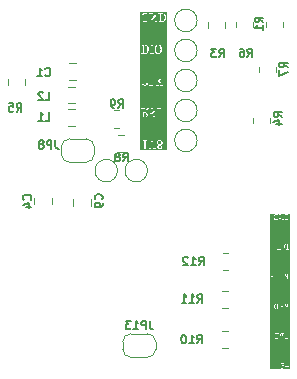
<source format=gbr>
%TF.GenerationSoftware,KiCad,Pcbnew,8.0.3*%
%TF.CreationDate,2024-07-06T18:06:20+05:30*%
%TF.ProjectId,nrf528_board,6e726635-3238-45f6-926f-6172642e6b69,rev?*%
%TF.SameCoordinates,Original*%
%TF.FileFunction,Legend,Bot*%
%TF.FilePolarity,Positive*%
%FSLAX46Y46*%
G04 Gerber Fmt 4.6, Leading zero omitted, Abs format (unit mm)*
G04 Created by KiCad (PCBNEW 8.0.3) date 2024-07-06 18:06:20*
%MOMM*%
%LPD*%
G01*
G04 APERTURE LIST*
%ADD10C,0.150000*%
%ADD11C,0.100000*%
%ADD12C,0.130000*%
%ADD13C,0.120000*%
G04 APERTURE END LIST*
D10*
G36*
X135772137Y-57679086D02*
G01*
X135794180Y-57712608D01*
X135807405Y-57750893D01*
X135811814Y-57793941D01*
X135806815Y-57835196D01*
X135790253Y-57871762D01*
X135781528Y-57882845D01*
X135748369Y-57907249D01*
X135708821Y-57916545D01*
X135699267Y-57916844D01*
X135658036Y-57910673D01*
X135622908Y-57890365D01*
X135617006Y-57884604D01*
X135595267Y-57850483D01*
X135586986Y-57811278D01*
X135586720Y-57801952D01*
X135592741Y-57761635D01*
X135612556Y-57727237D01*
X135618178Y-57721450D01*
X135652413Y-57696125D01*
X135690553Y-57675021D01*
X135728456Y-57657121D01*
X135733656Y-57654820D01*
X135741277Y-57650326D01*
X135772137Y-57679086D01*
G37*
G36*
X135741287Y-57256593D02*
G01*
X135778212Y-57273020D01*
X135800676Y-57292950D01*
X135822704Y-57326985D01*
X135834565Y-57366956D01*
X135836824Y-57396900D01*
X135832599Y-57436862D01*
X135818352Y-57473558D01*
X135801067Y-57496355D01*
X135770454Y-57522114D01*
X135736236Y-57543739D01*
X135698891Y-57563376D01*
X135677773Y-57573341D01*
X135652958Y-57584869D01*
X135621815Y-57560428D01*
X135593625Y-57526808D01*
X135574205Y-57487691D01*
X135564540Y-57449786D01*
X135561318Y-57407842D01*
X135564982Y-57365053D01*
X135577475Y-57325215D01*
X135598834Y-57292950D01*
X135630708Y-57267827D01*
X135670055Y-57254299D01*
X135700439Y-57251722D01*
X135741287Y-57256593D01*
G37*
G36*
X134421913Y-54922560D02*
G01*
X134463349Y-54929878D01*
X134506179Y-54945887D01*
X134539049Y-54969518D01*
X134565345Y-55007938D01*
X134576302Y-55048341D01*
X134578094Y-55076241D01*
X134574307Y-55120204D01*
X134559762Y-55163123D01*
X134534309Y-55195313D01*
X134497947Y-55216773D01*
X134459313Y-55226459D01*
X134422951Y-55228844D01*
X134383286Y-55226841D01*
X134342551Y-55221326D01*
X134339713Y-55220833D01*
X134339713Y-54920121D01*
X134374103Y-54920121D01*
X134421913Y-54922560D01*
G37*
G36*
X134429353Y-49195801D02*
G01*
X134472786Y-49202817D01*
X134511479Y-49215095D01*
X134550629Y-49236070D01*
X134583329Y-49264206D01*
X134587473Y-49268810D01*
X134612902Y-49306600D01*
X134629728Y-49347028D01*
X134640244Y-49386386D01*
X134647573Y-49430895D01*
X134651142Y-49470212D01*
X134652671Y-49512827D01*
X134652735Y-49523995D01*
X134651734Y-49567425D01*
X134648729Y-49607539D01*
X134642158Y-49653018D01*
X134632457Y-49693317D01*
X134616685Y-49734838D01*
X134596407Y-49768898D01*
X134588646Y-49778594D01*
X134557372Y-49807525D01*
X134519627Y-49829351D01*
X134482125Y-49842403D01*
X134439870Y-49850234D01*
X134392861Y-49852844D01*
X134339713Y-49852844D01*
X134339713Y-49198664D01*
X134380182Y-49194089D01*
X134389539Y-49193974D01*
X134429353Y-49195801D01*
G37*
G36*
X135598923Y-49190721D02*
G01*
X135638728Y-49201634D01*
X135647878Y-49205893D01*
X135681471Y-49228289D01*
X135704152Y-49253179D01*
X135723621Y-49288744D01*
X135736587Y-49327819D01*
X135745483Y-49367319D01*
X135751312Y-49406145D01*
X135752414Y-49417115D01*
X135755085Y-49458276D01*
X135756185Y-49497843D01*
X135756322Y-49519110D01*
X135755772Y-49560711D01*
X135753937Y-49601437D01*
X135752414Y-49621497D01*
X135747461Y-49660532D01*
X135739442Y-49700015D01*
X135736587Y-49711378D01*
X135723492Y-49750680D01*
X135703565Y-49786605D01*
X135677053Y-49815585D01*
X135640366Y-49838289D01*
X135601656Y-49849674D01*
X135563077Y-49852844D01*
X135520400Y-49849237D01*
X135477938Y-49835914D01*
X135443367Y-49812773D01*
X135416688Y-49779814D01*
X135402463Y-49750262D01*
X135389291Y-49709662D01*
X135380577Y-49670516D01*
X135374239Y-49627358D01*
X135370772Y-49588329D01*
X135368957Y-49546514D01*
X135368660Y-49520087D01*
X135369485Y-49477275D01*
X135371961Y-49437011D01*
X135377110Y-49392055D01*
X135384637Y-49350768D01*
X135396422Y-49307236D01*
X135402463Y-49290108D01*
X135421410Y-49253401D01*
X135449748Y-49222669D01*
X135461863Y-49213905D01*
X135497144Y-49196952D01*
X135537263Y-49188642D01*
X135557411Y-49187722D01*
X135598923Y-49190721D01*
G37*
G36*
X135875271Y-46507801D02*
G01*
X135918704Y-46514817D01*
X135957396Y-46527095D01*
X135996547Y-46548070D01*
X136029246Y-46576206D01*
X136033391Y-46580810D01*
X136058820Y-46618600D01*
X136075645Y-46659028D01*
X136086161Y-46698386D01*
X136093490Y-46742895D01*
X136097059Y-46782212D01*
X136098589Y-46824827D01*
X136098653Y-46835995D01*
X136097651Y-46879425D01*
X136094647Y-46919539D01*
X136088075Y-46965018D01*
X136078374Y-47005317D01*
X136062602Y-47046838D01*
X136042324Y-47080898D01*
X136034563Y-47090594D01*
X136003289Y-47119525D01*
X135965545Y-47141351D01*
X135928043Y-47154403D01*
X135885787Y-47162234D01*
X135838778Y-47164844D01*
X135785631Y-47164844D01*
X135785631Y-46510664D01*
X135826100Y-46506089D01*
X135835457Y-46505974D01*
X135875271Y-46507801D01*
G37*
G36*
X136300089Y-58057708D02*
G01*
X134041362Y-58057708D01*
X134041362Y-57244297D01*
X134233810Y-57244297D01*
X134276285Y-57249721D01*
X134319150Y-57257271D01*
X134360132Y-57267488D01*
X134390125Y-57278100D01*
X134390125Y-57850019D01*
X134237131Y-57850019D01*
X134237131Y-57898477D01*
X134279760Y-57903798D01*
X134321331Y-57912142D01*
X134361844Y-57923509D01*
X134401299Y-57937898D01*
X134439696Y-57955309D01*
X134452260Y-57961785D01*
X134489776Y-57944785D01*
X134489776Y-57927591D01*
X134718387Y-57927591D01*
X134724054Y-57968819D01*
X134995066Y-57968819D01*
X134988422Y-57927591D01*
X134947490Y-57919494D01*
X134909659Y-57906009D01*
X134892093Y-57896718D01*
X135067948Y-57381073D01*
X135227976Y-57896718D01*
X135189589Y-57913408D01*
X135150548Y-57923776D01*
X135126175Y-57927591D01*
X135131488Y-57967032D01*
X135131646Y-57968819D01*
X135378039Y-57968819D01*
X135371395Y-57927591D01*
X135332787Y-57915802D01*
X135301835Y-57897891D01*
X135144932Y-57403152D01*
X135461667Y-57403152D01*
X135462169Y-57407842D01*
X135466448Y-57447856D01*
X135480792Y-57489935D01*
X135504697Y-57529390D01*
X135531922Y-57560265D01*
X135565788Y-57589317D01*
X135597662Y-57611247D01*
X135560077Y-57634772D01*
X135530269Y-57662117D01*
X135505321Y-57698846D01*
X135490957Y-57740774D01*
X135487069Y-57780849D01*
X135489008Y-57801952D01*
X135490781Y-57821247D01*
X135503833Y-57861673D01*
X135526282Y-57896782D01*
X135546468Y-57917235D01*
X135578538Y-57939803D01*
X135615345Y-57955923D01*
X135656891Y-57965595D01*
X135697130Y-57968768D01*
X135703175Y-57968819D01*
X135743745Y-57966519D01*
X135785212Y-57958257D01*
X135825614Y-57941781D01*
X135855973Y-57920752D01*
X135882798Y-57891057D01*
X135900843Y-57855830D01*
X135910110Y-57815069D01*
X135911465Y-57790033D01*
X135906014Y-57748893D01*
X135889661Y-57710446D01*
X135862406Y-57674692D01*
X135830367Y-57646189D01*
X135797550Y-57623948D01*
X135837573Y-57599340D01*
X135870811Y-57571680D01*
X135897267Y-57540966D01*
X135916939Y-57507200D01*
X135931591Y-57462650D01*
X135936340Y-57422167D01*
X135936475Y-57413704D01*
X135933437Y-57372707D01*
X135922522Y-57330548D01*
X135903670Y-57293395D01*
X135876879Y-57261250D01*
X135872972Y-57257584D01*
X135838253Y-57232280D01*
X135797599Y-57214206D01*
X135757158Y-57204322D01*
X135712173Y-57199973D01*
X135698485Y-57199747D01*
X135658556Y-57201602D01*
X135616244Y-57208454D01*
X135578531Y-57220355D01*
X135541065Y-57240139D01*
X135524584Y-57252503D01*
X135497058Y-57281703D01*
X135477397Y-57316544D01*
X135465600Y-57357027D01*
X135461729Y-57397078D01*
X135461667Y-57403152D01*
X135144932Y-57403152D01*
X135082407Y-57206000D01*
X135028674Y-57206000D01*
X134786775Y-57896914D01*
X134751260Y-57917626D01*
X134718387Y-57927591D01*
X134489776Y-57927591D01*
X134489776Y-57278100D01*
X134526788Y-57263821D01*
X134566773Y-57254374D01*
X134611112Y-57246885D01*
X134629874Y-57244297D01*
X134626552Y-57206000D01*
X134233810Y-57206000D01*
X134233810Y-57244297D01*
X134041362Y-57244297D01*
X134041362Y-55235096D01*
X134130251Y-55235096D01*
X134135722Y-55280819D01*
X134422561Y-55280819D01*
X134468165Y-55279024D01*
X134509284Y-55273640D01*
X134557131Y-55260879D01*
X134597003Y-55241736D01*
X134628901Y-55216213D01*
X134652825Y-55184308D01*
X134668774Y-55146023D01*
X134676749Y-55101358D01*
X134677745Y-55076632D01*
X134674015Y-55031565D01*
X134662824Y-54992108D01*
X134639546Y-54952166D01*
X134605524Y-54920301D01*
X134568966Y-54899918D01*
X134524947Y-54885145D01*
X134554618Y-54857211D01*
X134577960Y-54821435D01*
X134593921Y-54788425D01*
X134681653Y-54590100D01*
X134718859Y-54572371D01*
X134745313Y-54566066D01*
X134824682Y-54566066D01*
X134824682Y-54753254D01*
X134865067Y-54758472D01*
X134882519Y-54758921D01*
X134887968Y-54719580D01*
X134895507Y-54678145D01*
X134905680Y-54636676D01*
X134919109Y-54597526D01*
X134922379Y-54589905D01*
X134959195Y-54574998D01*
X134999520Y-54566279D01*
X135039225Y-54563722D01*
X135081217Y-54567993D01*
X135119548Y-54582396D01*
X135143175Y-54599870D01*
X135167971Y-54632269D01*
X135180126Y-54670408D01*
X135181472Y-54689946D01*
X135175474Y-54730926D01*
X135157480Y-54766230D01*
X135145129Y-54780609D01*
X135115755Y-54806685D01*
X135082151Y-54829519D01*
X135057397Y-54842940D01*
X135022178Y-54860750D01*
X134986913Y-54879252D01*
X134954815Y-54896674D01*
X134921263Y-54918484D01*
X134891266Y-54944958D01*
X134867083Y-54973073D01*
X134846502Y-55008308D01*
X134834465Y-55047653D01*
X134830935Y-55086988D01*
X134834794Y-55128045D01*
X134848361Y-55169388D01*
X134871696Y-55205600D01*
X134892679Y-55226890D01*
X134925872Y-55250484D01*
X134963705Y-55267337D01*
X135006179Y-55277448D01*
X135047150Y-55280766D01*
X135053293Y-55280819D01*
X135099231Y-55279204D01*
X135141789Y-55274362D01*
X135180967Y-55266290D01*
X135222403Y-55252793D01*
X135259239Y-55234901D01*
X135243541Y-55089137D01*
X135360062Y-55089137D01*
X135360062Y-55280819D01*
X135406893Y-55280819D01*
X135455794Y-55280819D01*
X135496406Y-55280819D01*
X135538342Y-55280819D01*
X135581604Y-55280819D01*
X135626190Y-55280819D01*
X135672102Y-55280819D01*
X135695554Y-55280819D01*
X135740577Y-55280855D01*
X135781076Y-55280965D01*
X135825336Y-55281206D01*
X135869117Y-55281645D01*
X135911655Y-55282488D01*
X135929050Y-55283163D01*
X135929050Y-55088160D01*
X135905408Y-55088160D01*
X135880983Y-55089137D01*
X135875586Y-55128277D01*
X135865951Y-55167317D01*
X135850824Y-55204495D01*
X135841514Y-55220637D01*
X135801431Y-55224604D01*
X135760978Y-55227273D01*
X135720153Y-55228644D01*
X135697313Y-55228844D01*
X135697313Y-54591272D01*
X135733366Y-54575714D01*
X135771831Y-54565773D01*
X135804389Y-54560400D01*
X135799132Y-54520895D01*
X135798918Y-54518000D01*
X135489413Y-54518000D01*
X135496252Y-54560400D01*
X135537944Y-54567574D01*
X135575263Y-54579509D01*
X135597662Y-54591272D01*
X135597662Y-55228844D01*
X135556079Y-55228404D01*
X135513124Y-55226859D01*
X135470145Y-55223836D01*
X135450530Y-55221810D01*
X135429201Y-55184074D01*
X135416759Y-55146980D01*
X135410715Y-55106918D01*
X135410083Y-55088160D01*
X135377843Y-55088160D01*
X135360062Y-55089137D01*
X135243541Y-55089137D01*
X135242826Y-55082494D01*
X135217424Y-55079172D01*
X135195540Y-55082494D01*
X135185102Y-55123831D01*
X135170677Y-55161025D01*
X135147473Y-55195627D01*
X135114802Y-55218334D01*
X135075557Y-55228033D01*
X135058178Y-55228844D01*
X135018226Y-55224448D01*
X134979533Y-55208205D01*
X134965561Y-55197581D01*
X134940457Y-55164548D01*
X134930722Y-55123701D01*
X134930586Y-55117665D01*
X134937505Y-55077091D01*
X134958261Y-55040856D01*
X134966734Y-55031300D01*
X134995988Y-55004794D01*
X135029528Y-54981255D01*
X135054270Y-54967211D01*
X135089711Y-54948641D01*
X135125106Y-54929472D01*
X135157243Y-54911524D01*
X135190883Y-54889287D01*
X135220875Y-54862341D01*
X135244975Y-54833757D01*
X135265555Y-54798299D01*
X135277593Y-54758824D01*
X135281123Y-54719451D01*
X135277813Y-54679604D01*
X135265925Y-54638645D01*
X135245390Y-54602570D01*
X135216209Y-54571380D01*
X135211953Y-54567825D01*
X135179496Y-54545974D01*
X135142476Y-54529490D01*
X135100892Y-54518373D01*
X135061618Y-54513116D01*
X135026329Y-54511747D01*
X134985017Y-54514488D01*
X134942876Y-54521884D01*
X134916517Y-54528355D01*
X134877808Y-54540393D01*
X134841706Y-54555869D01*
X134824682Y-54566066D01*
X134745313Y-54566066D01*
X134757094Y-54563258D01*
X134775247Y-54560791D01*
X134768604Y-54518000D01*
X134600174Y-54518000D01*
X134503649Y-54769081D01*
X134487564Y-54806820D01*
X134466390Y-54842024D01*
X134454996Y-54852905D01*
X134417653Y-54864797D01*
X134374825Y-54868012D01*
X134361988Y-54868146D01*
X134339713Y-54868146D01*
X134339713Y-54590100D01*
X134375478Y-54574264D01*
X134415858Y-54564550D01*
X134447180Y-54559618D01*
X134441956Y-54520855D01*
X134441709Y-54518000D01*
X134131423Y-54518000D01*
X134136894Y-54559618D01*
X134178441Y-54566747D01*
X134216497Y-54578525D01*
X134240062Y-54590100D01*
X134240062Y-55203638D01*
X134202992Y-55220047D01*
X134199895Y-55220833D01*
X134163565Y-55230053D01*
X134130251Y-55235096D01*
X134041362Y-55235096D01*
X134041362Y-52206915D01*
X134152526Y-52206915D01*
X134153634Y-52254463D01*
X134156959Y-52298824D01*
X134162500Y-52339997D01*
X134172543Y-52386981D01*
X134186050Y-52428985D01*
X134203020Y-52466009D01*
X134223454Y-52498053D01*
X134252818Y-52530258D01*
X134287568Y-52555801D01*
X134327703Y-52574680D01*
X134373224Y-52586896D01*
X134415271Y-52591986D01*
X134442295Y-52592819D01*
X134482859Y-52590771D01*
X134525348Y-52583416D01*
X134563710Y-52570713D01*
X134599405Y-52551395D01*
X134774270Y-52551395D01*
X134779659Y-52591098D01*
X134779937Y-52592819D01*
X135089050Y-52592819D01*
X135084052Y-52556280D01*
X135349120Y-52556280D01*
X135354787Y-52592819D01*
X135668785Y-52592819D01*
X135662142Y-52554326D01*
X135621468Y-52548000D01*
X135582679Y-52536780D01*
X135557411Y-52525408D01*
X135557411Y-52230558D01*
X135568743Y-52230558D01*
X135782114Y-52500983D01*
X135789148Y-52524040D01*
X135758854Y-52551609D01*
X135718806Y-52555303D01*
X135725450Y-52592819D01*
X135989623Y-52592819D01*
X135985129Y-52555303D01*
X135945557Y-52552116D01*
X135907089Y-52539880D01*
X135882547Y-52522672D01*
X135673279Y-52251270D01*
X135918499Y-51903663D01*
X135955885Y-51885125D01*
X135995315Y-51876043D01*
X136014242Y-51873768D01*
X136007404Y-51830000D01*
X135828227Y-51830000D01*
X135818714Y-51869485D01*
X135810055Y-51885296D01*
X135568743Y-52230558D01*
X135557411Y-52230558D01*
X135557411Y-51903663D01*
X135595587Y-51887413D01*
X135635446Y-51877541D01*
X135668785Y-51872595D01*
X135663368Y-51832897D01*
X135663119Y-51830000D01*
X135349120Y-51830000D01*
X135355764Y-51872595D01*
X135397172Y-51879881D01*
X135434761Y-51891884D01*
X135457759Y-51903663D01*
X135457759Y-52525408D01*
X135419846Y-52541437D01*
X135381116Y-52551273D01*
X135349120Y-52556280D01*
X135084052Y-52556280D01*
X135083384Y-52551395D01*
X135043827Y-52544022D01*
X135006046Y-52532028D01*
X134981388Y-52520327D01*
X134981388Y-51892526D01*
X135189092Y-51892526D01*
X135208508Y-51930823D01*
X135222552Y-51971490D01*
X135232255Y-52012853D01*
X135234033Y-52022658D01*
X135252205Y-52025980D01*
X135275652Y-52022463D01*
X135275652Y-51830000D01*
X134774270Y-51830000D01*
X134781109Y-51870055D01*
X134822797Y-51876957D01*
X134862479Y-51889399D01*
X134881737Y-51899364D01*
X134881737Y-52520327D01*
X134844017Y-52536484D01*
X134805753Y-52546376D01*
X134774270Y-52551395D01*
X134599405Y-52551395D01*
X134601933Y-52550027D01*
X134632535Y-52524305D01*
X134654792Y-52491592D01*
X134664993Y-52450582D01*
X134665240Y-52442561D01*
X134659058Y-52403941D01*
X134645701Y-52378862D01*
X134614585Y-52354750D01*
X134600760Y-52352679D01*
X134561736Y-52362254D01*
X134556992Y-52365184D01*
X134532225Y-52395648D01*
X134531786Y-52396838D01*
X134549243Y-52432426D01*
X134552693Y-52457411D01*
X134538101Y-52495326D01*
X134521821Y-52509385D01*
X134485966Y-52525066D01*
X134446419Y-52530211D01*
X134440146Y-52530293D01*
X134398478Y-52525298D01*
X134358492Y-52507738D01*
X134329073Y-52481516D01*
X134308060Y-52450376D01*
X134291310Y-52411403D01*
X134280227Y-52371479D01*
X134272167Y-52325537D01*
X134267759Y-52282655D01*
X134265451Y-52235594D01*
X134265073Y-52205352D01*
X134265741Y-52165452D01*
X134268458Y-52119449D01*
X134273263Y-52077750D01*
X134281788Y-52033390D01*
X134293322Y-51995226D01*
X134307864Y-51963258D01*
X134332386Y-51929577D01*
X134367214Y-51903189D01*
X134404607Y-51889957D01*
X134442295Y-51886273D01*
X134481758Y-51889552D01*
X134520620Y-51899387D01*
X134555429Y-51914019D01*
X134590190Y-51934226D01*
X134620685Y-51958850D01*
X134638471Y-51979085D01*
X134678722Y-51936099D01*
X134650731Y-51908564D01*
X134641011Y-51900341D01*
X134609078Y-51876112D01*
X134587864Y-51862630D01*
X134549556Y-51843834D01*
X134508929Y-51831189D01*
X134465983Y-51824696D01*
X134441123Y-51823747D01*
X134396902Y-51826027D01*
X134356439Y-51832868D01*
X134312847Y-51847096D01*
X134274667Y-51867892D01*
X134241900Y-51895255D01*
X134223063Y-51917145D01*
X134199091Y-51955790D01*
X134182904Y-51993524D01*
X134170160Y-52036287D01*
X134160861Y-52084078D01*
X134155901Y-52125930D01*
X134153146Y-52171000D01*
X134152526Y-52206915D01*
X134041362Y-52206915D01*
X134041362Y-49867303D01*
X134131423Y-49867303D01*
X134137090Y-49904819D01*
X134376448Y-49904819D01*
X134423666Y-49903390D01*
X134467819Y-49899103D01*
X134508907Y-49891959D01*
X134546929Y-49881958D01*
X134590147Y-49865437D01*
X134593527Y-49863591D01*
X134858876Y-49863591D01*
X134864211Y-49903032D01*
X134864347Y-49904819D01*
X135175610Y-49904819D01*
X135170221Y-49865287D01*
X135169944Y-49863591D01*
X135130674Y-49856328D01*
X135092943Y-49844403D01*
X135068143Y-49832718D01*
X135068143Y-49520087D01*
X135256113Y-49520087D01*
X135257224Y-49565324D01*
X135260558Y-49607832D01*
X135266114Y-49647610D01*
X135276185Y-49693494D01*
X135289730Y-49735113D01*
X135306746Y-49772468D01*
X135327236Y-49805558D01*
X135357177Y-49839291D01*
X135393658Y-49866045D01*
X135429054Y-49883009D01*
X135468992Y-49895125D01*
X135513470Y-49902395D01*
X135562491Y-49904819D01*
X135602070Y-49903259D01*
X135647458Y-49896921D01*
X135688303Y-49885708D01*
X135724608Y-49869619D01*
X135762178Y-49843877D01*
X135793209Y-49811115D01*
X135797745Y-49804972D01*
X135821916Y-49764553D01*
X135838239Y-49726211D01*
X135851088Y-49683632D01*
X135860465Y-49636818D01*
X135865466Y-49596316D01*
X135868244Y-49553104D01*
X135868869Y-49518915D01*
X135867758Y-49473733D01*
X135864424Y-49431293D01*
X135858867Y-49391594D01*
X135848796Y-49345826D01*
X135835252Y-49304342D01*
X135818235Y-49267142D01*
X135797745Y-49234226D01*
X135767804Y-49200758D01*
X135731324Y-49174215D01*
X135695928Y-49157385D01*
X135655990Y-49145364D01*
X135611511Y-49138151D01*
X135562491Y-49135747D01*
X135522911Y-49137295D01*
X135477524Y-49143583D01*
X135436678Y-49154709D01*
X135400374Y-49170671D01*
X135362803Y-49196211D01*
X135331772Y-49228717D01*
X135327236Y-49234812D01*
X135303065Y-49275025D01*
X135286743Y-49313216D01*
X135273893Y-49355663D01*
X135264517Y-49402365D01*
X135259516Y-49442790D01*
X135256738Y-49485939D01*
X135256113Y-49520087D01*
X135068143Y-49520087D01*
X135068143Y-49215272D01*
X135107114Y-49198688D01*
X135147074Y-49189016D01*
X135176782Y-49184400D01*
X135171116Y-49142000D01*
X134858876Y-49142000D01*
X134865519Y-49184400D01*
X134906955Y-49191574D01*
X134944942Y-49203509D01*
X134968492Y-49215272D01*
X134968492Y-49832718D01*
X134929381Y-49848748D01*
X134890493Y-49858584D01*
X134858876Y-49863591D01*
X134593527Y-49863591D01*
X134628575Y-49844451D01*
X134662214Y-49819000D01*
X134668367Y-49813374D01*
X134696287Y-49782155D01*
X134719474Y-49745650D01*
X134737930Y-49703860D01*
X134751653Y-49656784D01*
X134759225Y-49615318D01*
X134763768Y-49570469D01*
X134765282Y-49522237D01*
X134763759Y-49474066D01*
X134759188Y-49429302D01*
X134751571Y-49387946D01*
X134740907Y-49349997D01*
X134723292Y-49307352D01*
X134700916Y-49270030D01*
X134673779Y-49238032D01*
X134667780Y-49232272D01*
X134634849Y-49206266D01*
X134596870Y-49184667D01*
X134553844Y-49167477D01*
X134515789Y-49156898D01*
X134474505Y-49149140D01*
X134429990Y-49144203D01*
X134382245Y-49142088D01*
X134369804Y-49142000D01*
X134132595Y-49142000D01*
X134138262Y-49182055D01*
X134177505Y-49188497D01*
X134214287Y-49198664D01*
X134215680Y-49199049D01*
X134240062Y-49210192D01*
X134240062Y-49837799D01*
X134203280Y-49852660D01*
X134164298Y-49862162D01*
X134131423Y-49867303D01*
X134041362Y-49867303D01*
X134041362Y-46831501D01*
X134152526Y-46831501D01*
X134153628Y-46876875D01*
X134156934Y-46919502D01*
X134162445Y-46959381D01*
X134172433Y-47005365D01*
X134185866Y-47047056D01*
X134202742Y-47084454D01*
X134223063Y-47117558D01*
X134252743Y-47151291D01*
X134288880Y-47178045D01*
X134331475Y-47197820D01*
X134371903Y-47208967D01*
X134416815Y-47215268D01*
X134455973Y-47216819D01*
X134501759Y-47214593D01*
X134543424Y-47207916D01*
X134580967Y-47196788D01*
X134619558Y-47178179D01*
X134623018Y-47175591D01*
X134801625Y-47175591D01*
X134807132Y-47215032D01*
X134807292Y-47216819D01*
X134989790Y-47216819D01*
X135336615Y-46672450D01*
X135336615Y-47144718D01*
X135300505Y-47160182D01*
X135262646Y-47170144D01*
X135230907Y-47175591D01*
X135236100Y-47215110D01*
X135236378Y-47216819D01*
X135520286Y-47216819D01*
X135515051Y-47179303D01*
X135577341Y-47179303D01*
X135583007Y-47216819D01*
X135822365Y-47216819D01*
X135869583Y-47215390D01*
X135913736Y-47211103D01*
X135954824Y-47203959D01*
X135992847Y-47193958D01*
X136036064Y-47177437D01*
X136074492Y-47156451D01*
X136108131Y-47131000D01*
X136114284Y-47125374D01*
X136142204Y-47094155D01*
X136165392Y-47057650D01*
X136183848Y-47015860D01*
X136197571Y-46968784D01*
X136205143Y-46927318D01*
X136209685Y-46882469D01*
X136211200Y-46834237D01*
X136209676Y-46786066D01*
X136205106Y-46741302D01*
X136197489Y-46699946D01*
X136186824Y-46661997D01*
X136169209Y-46619352D01*
X136146833Y-46582030D01*
X136119697Y-46550032D01*
X136113698Y-46544272D01*
X136080766Y-46518266D01*
X136042787Y-46496667D01*
X135999762Y-46479477D01*
X135961707Y-46468898D01*
X135920422Y-46461140D01*
X135875908Y-46456203D01*
X135828163Y-46454088D01*
X135815722Y-46454000D01*
X135578513Y-46454000D01*
X135584180Y-46494055D01*
X135623422Y-46500497D01*
X135660205Y-46510664D01*
X135661598Y-46511049D01*
X135685980Y-46522192D01*
X135685980Y-47149799D01*
X135649198Y-47164660D01*
X135610216Y-47174162D01*
X135577341Y-47179303D01*
X135515051Y-47179303D01*
X135514779Y-47177354D01*
X135514619Y-47175591D01*
X135474682Y-47168857D01*
X135436539Y-47156877D01*
X135411646Y-47144718D01*
X135411646Y-46454000D01*
X135362016Y-46454000D01*
X134986468Y-47042918D01*
X134986468Y-46527272D01*
X135024814Y-46510688D01*
X135064125Y-46501016D01*
X135093349Y-46496400D01*
X135088855Y-46454000D01*
X134801625Y-46454000D01*
X134808464Y-46496400D01*
X134849900Y-46503574D01*
X134887887Y-46515509D01*
X134911437Y-46527272D01*
X134911437Y-47144718D01*
X134872199Y-47160748D01*
X134833255Y-47170584D01*
X134801625Y-47175591D01*
X134623018Y-47175591D01*
X134652540Y-47153511D01*
X134676956Y-47122754D01*
X134689661Y-47083819D01*
X134690251Y-47072813D01*
X134685268Y-47033197D01*
X134670321Y-47003448D01*
X134637458Y-46980184D01*
X134625184Y-46978633D01*
X134586460Y-46988058D01*
X134581807Y-46990943D01*
X134556796Y-47022206D01*
X134574253Y-47059124D01*
X134577704Y-47084146D01*
X134561357Y-47121239D01*
X134543119Y-47134558D01*
X134505887Y-47148723D01*
X134465840Y-47153984D01*
X134452065Y-47154293D01*
X134412159Y-47150748D01*
X134374446Y-47138908D01*
X134356517Y-47129087D01*
X134326272Y-47102656D01*
X134303581Y-47067473D01*
X134298485Y-47055814D01*
X134284894Y-47016114D01*
X134275237Y-46975125D01*
X134272107Y-46955772D01*
X134267821Y-46914016D01*
X134265760Y-46874979D01*
X134265073Y-46832087D01*
X134265760Y-46789299D01*
X134268102Y-46746640D01*
X134272107Y-46708598D01*
X134279916Y-46667046D01*
X134291594Y-46626848D01*
X134298290Y-46608752D01*
X134318984Y-46570380D01*
X134347214Y-46541432D01*
X134382980Y-46521910D01*
X134426282Y-46511812D01*
X134454410Y-46510273D01*
X134496940Y-46513550D01*
X134536162Y-46523380D01*
X134572076Y-46539763D01*
X134590600Y-46551697D01*
X134590600Y-46747091D01*
X134551560Y-46759665D01*
X134510366Y-46767131D01*
X134475708Y-46770734D01*
X134480006Y-46816456D01*
X134690251Y-46816456D01*
X134690251Y-46505584D01*
X134651849Y-46485928D01*
X134610795Y-46470339D01*
X134567091Y-46458817D01*
X134520734Y-46451362D01*
X134480078Y-46448255D01*
X134454801Y-46447747D01*
X134415386Y-46449286D01*
X134370256Y-46455537D01*
X134329725Y-46466596D01*
X134293793Y-46482464D01*
X134256744Y-46507854D01*
X134226318Y-46540167D01*
X134221891Y-46546226D01*
X134198317Y-46586260D01*
X134182399Y-46624366D01*
X134169867Y-46666784D01*
X134160722Y-46713514D01*
X134155845Y-46754004D01*
X134153135Y-46797253D01*
X134152526Y-46831501D01*
X134041362Y-46831501D01*
X134041362Y-46358858D01*
X136300089Y-46358858D01*
X136300089Y-58057708D01*
G37*
D11*
G36*
X146039270Y-73601974D02*
G01*
X146064730Y-73605421D01*
X146066503Y-73605729D01*
X146066503Y-73793674D01*
X146045010Y-73793674D01*
X146015128Y-73792149D01*
X145989231Y-73787575D01*
X145962462Y-73777570D01*
X145941918Y-73762800D01*
X145925484Y-73738788D01*
X145918636Y-73713536D01*
X145917515Y-73696099D01*
X145919882Y-73668622D01*
X145928973Y-73641797D01*
X145944881Y-73621679D01*
X145967607Y-73608266D01*
X145991754Y-73602212D01*
X146014480Y-73600722D01*
X146039270Y-73601974D01*
G37*
G36*
X145656664Y-71489584D02*
G01*
X145631371Y-71492444D01*
X145625523Y-71492515D01*
X145600639Y-71491373D01*
X145573494Y-71486988D01*
X145549311Y-71479315D01*
X145524841Y-71466206D01*
X145504404Y-71448620D01*
X145501814Y-71445743D01*
X145485921Y-71422124D01*
X145475405Y-71396856D01*
X145468833Y-71372258D01*
X145464252Y-71344440D01*
X145462021Y-71319867D01*
X145461065Y-71293233D01*
X145461025Y-71286252D01*
X145461651Y-71259109D01*
X145463529Y-71234038D01*
X145467636Y-71205613D01*
X145473699Y-71180426D01*
X145483557Y-71154475D01*
X145496231Y-71133188D01*
X145501081Y-71127128D01*
X145520627Y-71109046D01*
X145544218Y-71095405D01*
X145567656Y-71087248D01*
X145594066Y-71082353D01*
X145623447Y-71080722D01*
X145656664Y-71080722D01*
X145656664Y-71489584D01*
G37*
G36*
X146466695Y-71081974D02*
G01*
X146492155Y-71085421D01*
X146493928Y-71085729D01*
X146493928Y-71273674D01*
X146472435Y-71273674D01*
X146442553Y-71272149D01*
X146416656Y-71267575D01*
X146389887Y-71257570D01*
X146369343Y-71242800D01*
X146352909Y-71218788D01*
X146346061Y-71193536D01*
X146344940Y-71176099D01*
X146347307Y-71148622D01*
X146356398Y-71121797D01*
X146372306Y-71101679D01*
X146395032Y-71088266D01*
X146419179Y-71082212D01*
X146441905Y-71080722D01*
X146466695Y-71081974D01*
G37*
G36*
X146493928Y-68972515D02*
G01*
X146468796Y-68972515D01*
X146443216Y-68972515D01*
X146419801Y-68972515D01*
X146391550Y-68970082D01*
X146368087Y-68962784D01*
X146346253Y-68947602D01*
X146331314Y-68925414D01*
X146324131Y-68901572D01*
X146321737Y-68872864D01*
X146324056Y-68847351D01*
X146332070Y-68823127D01*
X146347497Y-68801495D01*
X146351046Y-68798126D01*
X146372143Y-68784215D01*
X146395882Y-68776101D01*
X146420762Y-68772392D01*
X146438119Y-68771748D01*
X146493928Y-68771748D01*
X146493928Y-68972515D01*
G37*
G36*
X146466613Y-68561649D02*
G01*
X146491748Y-68563472D01*
X146493928Y-68563653D01*
X146493928Y-68739263D01*
X146439706Y-68739263D01*
X146414336Y-68737534D01*
X146388864Y-68730724D01*
X146368021Y-68717404D01*
X146353077Y-68695672D01*
X146346383Y-68671081D01*
X146344940Y-68649626D01*
X146347218Y-68623313D01*
X146354986Y-68599878D01*
X146368265Y-68582215D01*
X146389520Y-68569118D01*
X146415612Y-68562422D01*
X146441660Y-68560722D01*
X146466613Y-68561649D01*
G37*
G36*
X146493928Y-66449584D02*
G01*
X146468635Y-66452444D01*
X146462787Y-66452515D01*
X146437903Y-66451373D01*
X146410758Y-66446988D01*
X146386575Y-66439315D01*
X146362106Y-66426206D01*
X146341669Y-66408620D01*
X146339078Y-66405743D01*
X146323185Y-66382124D01*
X146312669Y-66356856D01*
X146306097Y-66332258D01*
X146301516Y-66304440D01*
X146299286Y-66279867D01*
X146298330Y-66253233D01*
X146298290Y-66246252D01*
X146298916Y-66219109D01*
X146300793Y-66194038D01*
X146304901Y-66165613D01*
X146310964Y-66140426D01*
X146320821Y-66114475D01*
X146333495Y-66093188D01*
X146338346Y-66087128D01*
X146357892Y-66069046D01*
X146381482Y-66055405D01*
X146404921Y-66047248D01*
X146431331Y-66042353D01*
X146460711Y-66040722D01*
X146493928Y-66040722D01*
X146493928Y-66449584D01*
G37*
G36*
X145590230Y-63929584D02*
G01*
X145564937Y-63932444D01*
X145559089Y-63932515D01*
X145534205Y-63931373D01*
X145507059Y-63926988D01*
X145482877Y-63919315D01*
X145458407Y-63906206D01*
X145437970Y-63888620D01*
X145435380Y-63885743D01*
X145419487Y-63862124D01*
X145408971Y-63836856D01*
X145402398Y-63812258D01*
X145397818Y-63784440D01*
X145395587Y-63759867D01*
X145394631Y-63733233D01*
X145394591Y-63726252D01*
X145395217Y-63699109D01*
X145397095Y-63674038D01*
X145401202Y-63645613D01*
X145407265Y-63620426D01*
X145417123Y-63594475D01*
X145429797Y-63573188D01*
X145434647Y-63567128D01*
X145454193Y-63549046D01*
X145477784Y-63535405D01*
X145501222Y-63527248D01*
X145527632Y-63522353D01*
X145557013Y-63520722D01*
X145590230Y-63520722D01*
X145590230Y-63929584D01*
G37*
G36*
X146680398Y-76624463D02*
G01*
X144996607Y-76624463D01*
X144996607Y-76088237D01*
X145457117Y-76088237D01*
X145461270Y-76114005D01*
X145485400Y-76121373D01*
X145504745Y-76132568D01*
X145641887Y-76565000D01*
X145675471Y-76565000D01*
X145724855Y-76423949D01*
X145910676Y-76423949D01*
X145912716Y-76451002D01*
X145918834Y-76475741D01*
X145929031Y-76498166D01*
X145943308Y-76518277D01*
X145953297Y-76528729D01*
X145972960Y-76544385D01*
X145994657Y-76556195D01*
X146018387Y-76564160D01*
X146044151Y-76568280D01*
X146059787Y-76568907D01*
X146086449Y-76567698D01*
X146110657Y-76564069D01*
X146135318Y-76556959D01*
X146159230Y-76545184D01*
X146161636Y-76543628D01*
X146181664Y-76526309D01*
X146195128Y-76503925D01*
X146199616Y-76478049D01*
X146193748Y-76453563D01*
X146188258Y-76446420D01*
X146166162Y-76435658D01*
X146156629Y-76434940D01*
X146132496Y-76439884D01*
X146121702Y-76446420D01*
X146128911Y-76470403D01*
X146129274Y-76475729D01*
X146124603Y-76500336D01*
X146110589Y-76519692D01*
X146088974Y-76532240D01*
X146063385Y-76536407D01*
X146061496Y-76536423D01*
X146036960Y-76533561D01*
X146014295Y-76523801D01*
X145996161Y-76507114D01*
X145982951Y-76484222D01*
X145975700Y-76458653D01*
X145973049Y-76431766D01*
X145972958Y-76425293D01*
X145974431Y-76400510D01*
X145979610Y-76376150D01*
X145989738Y-76353458D01*
X145994890Y-76346158D01*
X146313921Y-76346158D01*
X146313921Y-76385237D01*
X146438974Y-76385237D01*
X146438974Y-76510289D01*
X146478053Y-76510289D01*
X146478053Y-76385237D01*
X146603105Y-76385237D01*
X146603105Y-76346158D01*
X146478053Y-76346158D01*
X146478053Y-76221106D01*
X146438974Y-76221106D01*
X146438974Y-76346158D01*
X146313921Y-76346158D01*
X145994890Y-76346158D01*
X145996528Y-76343838D01*
X146015069Y-76327359D01*
X146038287Y-76317721D01*
X146063450Y-76314895D01*
X146088019Y-76317155D01*
X146113090Y-76323937D01*
X146135797Y-76333760D01*
X146153087Y-76343471D01*
X146176168Y-76319902D01*
X146176168Y-76098007D01*
X146161270Y-76088237D01*
X146135915Y-76088237D01*
X146110503Y-76088237D01*
X146085032Y-76088237D01*
X146059502Y-76088237D01*
X146044888Y-76088237D01*
X146020459Y-76088237D01*
X145995388Y-76088237D01*
X145970814Y-76088237D01*
X145952198Y-76088237D01*
X145937909Y-76098740D01*
X145943649Y-76142948D01*
X146129274Y-76142948D01*
X146129274Y-76295478D01*
X146105763Y-76288587D01*
X146079543Y-76283955D01*
X146052948Y-76282411D01*
X146025965Y-76284257D01*
X146001436Y-76289797D01*
X145976409Y-76300651D01*
X145954588Y-76316328D01*
X145949633Y-76321001D01*
X145932590Y-76341861D01*
X145920416Y-76365972D01*
X145913758Y-76389737D01*
X145910829Y-76415991D01*
X145910676Y-76423949D01*
X145724855Y-76423949D01*
X145826657Y-76133178D01*
X145848854Y-76120233D01*
X145869399Y-76114005D01*
X145865858Y-76088237D01*
X145696475Y-76088237D01*
X145700628Y-76114005D01*
X145726210Y-76119065D01*
X145749855Y-76127493D01*
X145760833Y-76133300D01*
X145650924Y-76455579D01*
X145550907Y-76133300D01*
X145574899Y-76122869D01*
X145599299Y-76116389D01*
X145614532Y-76114005D01*
X145611212Y-76089354D01*
X145611113Y-76088237D01*
X145457117Y-76088237D01*
X144996607Y-76088237D01*
X144996607Y-73927397D01*
X145428297Y-73927397D01*
X145428297Y-74045000D01*
X145762543Y-74045000D01*
X145758391Y-74019965D01*
X145747328Y-74018255D01*
X145794295Y-74018255D01*
X145798447Y-74045000D01*
X145903715Y-74045000D01*
X145964043Y-73888073D01*
X145974097Y-73864486D01*
X145987330Y-73842484D01*
X145994452Y-73835683D01*
X146017791Y-73828251D01*
X146044559Y-73826242D01*
X146052581Y-73826158D01*
X146066503Y-73826158D01*
X146066503Y-73999937D01*
X146044150Y-74009834D01*
X146018913Y-74015906D01*
X145999337Y-74018988D01*
X146002601Y-74043215D01*
X146002756Y-74045000D01*
X146196685Y-74045000D01*
X146193265Y-74018988D01*
X146167299Y-74014533D01*
X146143514Y-74007171D01*
X146128785Y-73999937D01*
X146128785Y-73658241D01*
X146274842Y-73658241D01*
X146277957Y-73683001D01*
X146287299Y-73701594D01*
X146307838Y-73716134D01*
X146315509Y-73717103D01*
X146339712Y-73711213D01*
X146342620Y-73709410D01*
X146358251Y-73689870D01*
X146347341Y-73666796D01*
X146345184Y-73651158D01*
X146355401Y-73627975D01*
X146366800Y-73619651D01*
X146390070Y-73610797D01*
X146415099Y-73607509D01*
X146423709Y-73607316D01*
X146448650Y-73609532D01*
X146472220Y-73616932D01*
X146483426Y-73623070D01*
X146502329Y-73639589D01*
X146516511Y-73661578D01*
X146519696Y-73668866D01*
X146528190Y-73693678D01*
X146534226Y-73719296D01*
X146536182Y-73731392D01*
X146538861Y-73757489D01*
X146540149Y-73781887D01*
X146540579Y-73808695D01*
X146540149Y-73835437D01*
X146538685Y-73862099D01*
X146536182Y-73885875D01*
X146531302Y-73911846D01*
X146524003Y-73936969D01*
X146519818Y-73948279D01*
X146506884Y-73972262D01*
X146489240Y-73990354D01*
X146466887Y-74002556D01*
X146439823Y-74008867D01*
X146422243Y-74009829D01*
X146395662Y-74007781D01*
X146371148Y-74001637D01*
X146348701Y-73991397D01*
X146337124Y-73983939D01*
X146337124Y-73861817D01*
X146361524Y-73853959D01*
X146387271Y-73849292D01*
X146408932Y-73847041D01*
X146406245Y-73818464D01*
X146274842Y-73818464D01*
X146274842Y-74012759D01*
X146298844Y-74025044D01*
X146324502Y-74034787D01*
X146351818Y-74041988D01*
X146380790Y-74046648D01*
X146406200Y-74048590D01*
X146421999Y-74048907D01*
X146446633Y-74047946D01*
X146474839Y-74044039D01*
X146500171Y-74037126D01*
X146522629Y-74027209D01*
X146545784Y-74011341D01*
X146564800Y-73991145D01*
X146567568Y-73987358D01*
X146582301Y-73962337D01*
X146592250Y-73938521D01*
X146600082Y-73912009D01*
X146605798Y-73882803D01*
X146608846Y-73857497D01*
X146610540Y-73830466D01*
X146610921Y-73809061D01*
X146610232Y-73780702D01*
X146608165Y-73754060D01*
X146604721Y-73729136D01*
X146598478Y-73700396D01*
X146590083Y-73674339D01*
X146579535Y-73650965D01*
X146566835Y-73630275D01*
X146548285Y-73609192D01*
X146525699Y-73592471D01*
X146499077Y-73580112D01*
X146473810Y-73573145D01*
X146445740Y-73569207D01*
X146421266Y-73568237D01*
X146392650Y-73569629D01*
X146366609Y-73573802D01*
X146343145Y-73580757D01*
X146319025Y-73592387D01*
X146298412Y-73607805D01*
X146283152Y-73627028D01*
X146275211Y-73651362D01*
X146274842Y-73658241D01*
X146128785Y-73658241D01*
X146128785Y-73616475D01*
X146151954Y-73606220D01*
X146176596Y-73599966D01*
X146197418Y-73596814D01*
X146193998Y-73568237D01*
X146014724Y-73568237D01*
X145986221Y-73569359D01*
X145960522Y-73572724D01*
X145930617Y-73580700D01*
X145905697Y-73592664D01*
X145885761Y-73608616D01*
X145870809Y-73628556D01*
X145860840Y-73652485D01*
X145855856Y-73680401D01*
X145855233Y-73695854D01*
X145855253Y-73696099D01*
X145857565Y-73724021D01*
X145864559Y-73748681D01*
X145879108Y-73773646D01*
X145900371Y-73793561D01*
X145923220Y-73806300D01*
X145950732Y-73815533D01*
X145932188Y-73832992D01*
X145917599Y-73855353D01*
X145907623Y-73875983D01*
X145852791Y-73999937D01*
X145829537Y-74011017D01*
X145805640Y-74016713D01*
X145794295Y-74018255D01*
X145747328Y-74018255D01*
X145731956Y-74015879D01*
X145707822Y-74009055D01*
X145694033Y-74001769D01*
X145694033Y-73614766D01*
X145718124Y-73604332D01*
X145742508Y-73597959D01*
X145762543Y-73594738D01*
X145759258Y-73569985D01*
X145759124Y-73568237D01*
X145443928Y-73568237D01*
X145443928Y-73681078D01*
X145459193Y-73684863D01*
X145472260Y-73683276D01*
X145477909Y-73657419D01*
X145486157Y-73632814D01*
X145497627Y-73610761D01*
X145499982Y-73607316D01*
X145631751Y-73607316D01*
X145631751Y-73787079D01*
X145552494Y-73787079D01*
X145530317Y-73776775D01*
X145517406Y-73753694D01*
X145513293Y-73740184D01*
X145490823Y-73740184D01*
X145490823Y-73880868D01*
X145513293Y-73880868D01*
X145519270Y-73856889D01*
X145520376Y-73853879D01*
X145532588Y-73835561D01*
X145553227Y-73826158D01*
X145631751Y-73826158D01*
X145631751Y-74005921D01*
X145482519Y-74005921D01*
X145470398Y-73983474D01*
X145461659Y-73958935D01*
X145455650Y-73933485D01*
X145454553Y-73927397D01*
X145442707Y-73926053D01*
X145428297Y-73927397D01*
X144996607Y-73927397D01*
X144996607Y-71287351D01*
X145390683Y-71287351D01*
X145391636Y-71317458D01*
X145394492Y-71345435D01*
X145399253Y-71371283D01*
X145405918Y-71395001D01*
X145416927Y-71421654D01*
X145430912Y-71444980D01*
X145447873Y-71464979D01*
X145451622Y-71468579D01*
X145472204Y-71484833D01*
X145495941Y-71498332D01*
X145522832Y-71509076D01*
X145546616Y-71515688D01*
X145572419Y-71520537D01*
X145600241Y-71523622D01*
X145630082Y-71524944D01*
X145637857Y-71525000D01*
X145786113Y-71525000D01*
X145782571Y-71499965D01*
X145758044Y-71495938D01*
X145734185Y-71489344D01*
X145718946Y-71482379D01*
X145718946Y-71407397D01*
X145855722Y-71407397D01*
X145855722Y-71525000D01*
X146189968Y-71525000D01*
X146185816Y-71499965D01*
X146174753Y-71498255D01*
X146221720Y-71498255D01*
X146225872Y-71525000D01*
X146331140Y-71525000D01*
X146391468Y-71368073D01*
X146401522Y-71344486D01*
X146414755Y-71322484D01*
X146421877Y-71315683D01*
X146445216Y-71308251D01*
X146471984Y-71306242D01*
X146480006Y-71306158D01*
X146493928Y-71306158D01*
X146493928Y-71479937D01*
X146471575Y-71489834D01*
X146446338Y-71495906D01*
X146426762Y-71498988D01*
X146430026Y-71523215D01*
X146430181Y-71525000D01*
X146624110Y-71525000D01*
X146620690Y-71498988D01*
X146594724Y-71494533D01*
X146570939Y-71487171D01*
X146556210Y-71479937D01*
X146556210Y-71096475D01*
X146579379Y-71086220D01*
X146604021Y-71079966D01*
X146624842Y-71076814D01*
X146621423Y-71048237D01*
X146442149Y-71048237D01*
X146413646Y-71049359D01*
X146387947Y-71052724D01*
X146358042Y-71060700D01*
X146333122Y-71072664D01*
X146313186Y-71088616D01*
X146298234Y-71108556D01*
X146288265Y-71132485D01*
X146283281Y-71160401D01*
X146282658Y-71175854D01*
X146282678Y-71176099D01*
X146284990Y-71204021D01*
X146291984Y-71228681D01*
X146306533Y-71253646D01*
X146327796Y-71273561D01*
X146350645Y-71286300D01*
X146378157Y-71295533D01*
X146359613Y-71312992D01*
X146345024Y-71335353D01*
X146335048Y-71355983D01*
X146280216Y-71479937D01*
X146256962Y-71491017D01*
X146233065Y-71496713D01*
X146221720Y-71498255D01*
X146174753Y-71498255D01*
X146159381Y-71495879D01*
X146135247Y-71489055D01*
X146121458Y-71481769D01*
X146121458Y-71094766D01*
X146145549Y-71084332D01*
X146169933Y-71077959D01*
X146189968Y-71074738D01*
X146186683Y-71049985D01*
X146186549Y-71048237D01*
X145871353Y-71048237D01*
X145871353Y-71161078D01*
X145886618Y-71164863D01*
X145899685Y-71163276D01*
X145905334Y-71137419D01*
X145913582Y-71112814D01*
X145925052Y-71090761D01*
X145927407Y-71087316D01*
X146059176Y-71087316D01*
X146059176Y-71267079D01*
X145979919Y-71267079D01*
X145957742Y-71256775D01*
X145944831Y-71233694D01*
X145940718Y-71220184D01*
X145918248Y-71220184D01*
X145918248Y-71360868D01*
X145940718Y-71360868D01*
X145946695Y-71336889D01*
X145947801Y-71333879D01*
X145960013Y-71315561D01*
X145980652Y-71306158D01*
X146059176Y-71306158D01*
X146059176Y-71485921D01*
X145909944Y-71485921D01*
X145897823Y-71463474D01*
X145889084Y-71438935D01*
X145883075Y-71413485D01*
X145881978Y-71407397D01*
X145870132Y-71406053D01*
X145855722Y-71407397D01*
X145718946Y-71407397D01*
X145718946Y-71090125D01*
X145741935Y-71080837D01*
X145766298Y-71074898D01*
X145786845Y-71071685D01*
X145783304Y-71048237D01*
X145633705Y-71048237D01*
X145604194Y-71049130D01*
X145576598Y-71051810D01*
X145550918Y-71056275D01*
X145527154Y-71062526D01*
X145500143Y-71072851D01*
X145476125Y-71085967D01*
X145455101Y-71101874D01*
X145451256Y-71105390D01*
X145433806Y-71124902D01*
X145419313Y-71147718D01*
X145407778Y-71173837D01*
X145399201Y-71203259D01*
X145394469Y-71229176D01*
X145391630Y-71257206D01*
X145390718Y-71286252D01*
X145390683Y-71287351D01*
X144996607Y-71287351D01*
X144996607Y-68887397D01*
X145052163Y-68887397D01*
X145052163Y-69005000D01*
X145386409Y-69005000D01*
X145382257Y-68979965D01*
X145355822Y-68975879D01*
X145331688Y-68969055D01*
X145317899Y-68961769D01*
X145317899Y-68574766D01*
X145341990Y-68564332D01*
X145366374Y-68557959D01*
X145386409Y-68554738D01*
X145383124Y-68529985D01*
X145382990Y-68528237D01*
X145406315Y-68528237D01*
X145409734Y-68554249D01*
X145433767Y-68559242D01*
X145457947Y-68566523D01*
X145474214Y-68573667D01*
X145474214Y-68850150D01*
X145475653Y-68877498D01*
X145479967Y-68902391D01*
X145488637Y-68928328D01*
X145501222Y-68950924D01*
X145515125Y-68967630D01*
X145535040Y-68983714D01*
X145558986Y-68995847D01*
X145582721Y-69003103D01*
X145609419Y-69007456D01*
X145633929Y-69008867D01*
X145639078Y-69008907D01*
X145663950Y-69008004D01*
X145691050Y-69004535D01*
X145715153Y-68998464D01*
X145739485Y-68988093D01*
X145759738Y-68974181D01*
X145762299Y-68971905D01*
X145779877Y-68950686D01*
X145791138Y-68927662D01*
X145798553Y-68900477D01*
X145800506Y-68884710D01*
X145874773Y-68884710D01*
X145874773Y-69005000D01*
X146188136Y-69005000D01*
X146183862Y-68979965D01*
X146157807Y-68975651D01*
X146133006Y-68967875D01*
X146120969Y-68961646D01*
X146120969Y-68871643D01*
X146259455Y-68871643D01*
X146259551Y-68872864D01*
X146261483Y-68897391D01*
X146268766Y-68923798D01*
X146281347Y-68946984D01*
X146299224Y-68966949D01*
X146301831Y-68969218D01*
X146322007Y-68983160D01*
X146345455Y-68993678D01*
X146372176Y-69000771D01*
X146397684Y-69004126D01*
X146420778Y-69005000D01*
X146624110Y-69005000D01*
X146620690Y-68980819D01*
X146594724Y-68976688D01*
X146570939Y-68969845D01*
X146556210Y-68963112D01*
X146556210Y-68573056D01*
X146579379Y-68562958D01*
X146604021Y-68556776D01*
X146624842Y-68553639D01*
X146621301Y-68528237D01*
X146441660Y-68528237D01*
X146413245Y-68529289D01*
X146387624Y-68532445D01*
X146357812Y-68539925D01*
X146332968Y-68551145D01*
X146313092Y-68566105D01*
X146295236Y-68590064D01*
X146286540Y-68613439D01*
X146282814Y-68640553D01*
X146282658Y-68647916D01*
X146282831Y-68649626D01*
X146285561Y-68676643D01*
X146294267Y-68701274D01*
X146308779Y-68721809D01*
X146329095Y-68738248D01*
X146355216Y-68750591D01*
X146365212Y-68753796D01*
X146341422Y-68761932D01*
X146318069Y-68773458D01*
X146296359Y-68789209D01*
X146287177Y-68798248D01*
X146272558Y-68818324D01*
X146263354Y-68841000D01*
X146259563Y-68866276D01*
X146259455Y-68871643D01*
X146120969Y-68871643D01*
X146120969Y-68573545D01*
X146144544Y-68563447D01*
X146168459Y-68557264D01*
X146188136Y-68554127D01*
X146184768Y-68529313D01*
X146184595Y-68528237D01*
X145991399Y-68528237D01*
X145994940Y-68554127D01*
X146019663Y-68558736D01*
X146043277Y-68566232D01*
X146058688Y-68573545D01*
X146058688Y-68965921D01*
X145928872Y-68965921D01*
X145916738Y-68941985D01*
X145907960Y-68916568D01*
X145901896Y-68890716D01*
X145900785Y-68884588D01*
X145889427Y-68882512D01*
X145874773Y-68884710D01*
X145800506Y-68884710D01*
X145801849Y-68873864D01*
X145802477Y-68854424D01*
X145802477Y-68573667D01*
X145826821Y-68563490D01*
X145850883Y-68557272D01*
X145870376Y-68554127D01*
X145867568Y-68528237D01*
X145673272Y-68528237D01*
X145677424Y-68554249D01*
X145702804Y-68559795D01*
X145727662Y-68567873D01*
X145740195Y-68573667D01*
X145740195Y-68857599D01*
X145738979Y-68883622D01*
X145734614Y-68909183D01*
X145725907Y-68932612D01*
X145714794Y-68948702D01*
X145693797Y-68964484D01*
X145668724Y-68973147D01*
X145641285Y-68976315D01*
X145634560Y-68976423D01*
X145608739Y-68974446D01*
X145583504Y-68967496D01*
X145560200Y-68953906D01*
X145550418Y-68944794D01*
X145536250Y-68924712D01*
X145526719Y-68900186D01*
X145522139Y-68874655D01*
X145521109Y-68853203D01*
X145521109Y-68573667D01*
X145544706Y-68563490D01*
X145568828Y-68557272D01*
X145588764Y-68554127D01*
X145585518Y-68529313D01*
X145585345Y-68528237D01*
X145406315Y-68528237D01*
X145382990Y-68528237D01*
X145067794Y-68528237D01*
X145067794Y-68641078D01*
X145083060Y-68644863D01*
X145096127Y-68643276D01*
X145101775Y-68617419D01*
X145110023Y-68592814D01*
X145121493Y-68570761D01*
X145123848Y-68567316D01*
X145255617Y-68567316D01*
X145255617Y-68747079D01*
X145176360Y-68747079D01*
X145154183Y-68736775D01*
X145141272Y-68713694D01*
X145137159Y-68700184D01*
X145114689Y-68700184D01*
X145114689Y-68840868D01*
X145137159Y-68840868D01*
X145143136Y-68816889D01*
X145144242Y-68813879D01*
X145156454Y-68795561D01*
X145177093Y-68786158D01*
X145255617Y-68786158D01*
X145255617Y-68965921D01*
X145106385Y-68965921D01*
X145094265Y-68943474D01*
X145085525Y-68918935D01*
X145079516Y-68893485D01*
X145078419Y-68887397D01*
X145066573Y-68886053D01*
X145052163Y-68887397D01*
X144996607Y-68887397D01*
X144996607Y-66461186D01*
X145615265Y-66461186D01*
X145618073Y-66485000D01*
X145773046Y-66485000D01*
X145771092Y-66461186D01*
X145747064Y-66454286D01*
X145726517Y-66441646D01*
X145726517Y-66254678D01*
X145729287Y-66227651D01*
X145739236Y-66204890D01*
X145759078Y-66189649D01*
X145784403Y-66185314D01*
X145809476Y-66190530D01*
X145828122Y-66201800D01*
X145845500Y-66219322D01*
X145858476Y-66240977D01*
X145859874Y-66244176D01*
X145859874Y-66441646D01*
X145838481Y-66453791D01*
X145814652Y-66460790D01*
X145812735Y-66461186D01*
X145815422Y-66485000D01*
X145971127Y-66485000D01*
X145968441Y-66460942D01*
X146008496Y-66460942D01*
X146011304Y-66485000D01*
X146162857Y-66485000D01*
X146160170Y-66459476D01*
X146135594Y-66452546D01*
X146116329Y-66441769D01*
X146116329Y-66247351D01*
X146227948Y-66247351D01*
X146228900Y-66277458D01*
X146231757Y-66305435D01*
X146236517Y-66331283D01*
X146243183Y-66355001D01*
X146254192Y-66381654D01*
X146268177Y-66404980D01*
X146285137Y-66424979D01*
X146288886Y-66428579D01*
X146309469Y-66444833D01*
X146333206Y-66458332D01*
X146360097Y-66469076D01*
X146383881Y-66475688D01*
X146409684Y-66480537D01*
X146437505Y-66483622D01*
X146467346Y-66484944D01*
X146475122Y-66485000D01*
X146623377Y-66485000D01*
X146619836Y-66459965D01*
X146595309Y-66455938D01*
X146571449Y-66449344D01*
X146556210Y-66442379D01*
X146556210Y-66050125D01*
X146579199Y-66040837D01*
X146603563Y-66034898D01*
X146624110Y-66031685D01*
X146620568Y-66008237D01*
X146470969Y-66008237D01*
X146441458Y-66009130D01*
X146413862Y-66011810D01*
X146388183Y-66016275D01*
X146364419Y-66022526D01*
X146337408Y-66032851D01*
X146313390Y-66045967D01*
X146292366Y-66061874D01*
X146288520Y-66065390D01*
X146271070Y-66084902D01*
X146256578Y-66107718D01*
X146245043Y-66133837D01*
X146236466Y-66163259D01*
X146231734Y-66189176D01*
X146228894Y-66217206D01*
X146227982Y-66246252D01*
X146227948Y-66247351D01*
X146116329Y-66247351D01*
X146116329Y-66236971D01*
X146119613Y-66212628D01*
X146126709Y-66201067D01*
X146149531Y-66192183D01*
X146162857Y-66191420D01*
X146160781Y-66170537D01*
X146135193Y-66164578D01*
X146108744Y-66157336D01*
X146083871Y-66150061D01*
X146067969Y-66145258D01*
X146054047Y-66153073D01*
X146054047Y-66441769D01*
X146031580Y-66454146D01*
X146008496Y-66460942D01*
X145968441Y-66460942D01*
X145968318Y-66459842D01*
X145943212Y-66453411D01*
X145922156Y-66441646D01*
X145922156Y-66241489D01*
X145925987Y-66216514D01*
X145933025Y-66206074D01*
X145957053Y-66197302D01*
X145971127Y-66196549D01*
X145969050Y-66176399D01*
X145945208Y-66170551D01*
X145920204Y-66163680D01*
X145895841Y-66156813D01*
X145881856Y-66152829D01*
X145868545Y-66158935D01*
X145862072Y-66201434D01*
X145845283Y-66182373D01*
X145824684Y-66167552D01*
X145821650Y-66165896D01*
X145798235Y-66156517D01*
X145774015Y-66152880D01*
X145770725Y-66152829D01*
X145744132Y-66154848D01*
X145718754Y-66161827D01*
X145695907Y-66175262D01*
X145692323Y-66178353D01*
X145676332Y-66198183D01*
X145666978Y-66222746D01*
X145664235Y-66249183D01*
X145664235Y-66441646D01*
X145642751Y-66453486D01*
X145617346Y-66460753D01*
X145615265Y-66461186D01*
X144996607Y-66461186D01*
X144996607Y-66062948D01*
X146054047Y-66062948D01*
X146059852Y-66088250D01*
X146080975Y-66101416D01*
X146089218Y-66102027D01*
X146113261Y-66094547D01*
X146123839Y-66072107D01*
X146124389Y-66062948D01*
X146118584Y-66037646D01*
X146097461Y-66024480D01*
X146089218Y-66023869D01*
X146065175Y-66031349D01*
X146054596Y-66053789D01*
X146054047Y-66062948D01*
X144996607Y-66062948D01*
X144996607Y-63727351D01*
X145324249Y-63727351D01*
X145325201Y-63757458D01*
X145328058Y-63785435D01*
X145332819Y-63811283D01*
X145339484Y-63835001D01*
X145350493Y-63861654D01*
X145364478Y-63884980D01*
X145381439Y-63904979D01*
X145385188Y-63908579D01*
X145405770Y-63924833D01*
X145429507Y-63938332D01*
X145456398Y-63949076D01*
X145480182Y-63955688D01*
X145505985Y-63960537D01*
X145533807Y-63963622D01*
X145563648Y-63964944D01*
X145571423Y-63965000D01*
X145719678Y-63965000D01*
X145716137Y-63939965D01*
X145691610Y-63935938D01*
X145667751Y-63929344D01*
X145652512Y-63922379D01*
X145652512Y-63530125D01*
X145675501Y-63520837D01*
X145699864Y-63514898D01*
X145720411Y-63511685D01*
X145716870Y-63488237D01*
X145756071Y-63488237D01*
X145759512Y-63512903D01*
X145759612Y-63514005D01*
X145784573Y-63518214D01*
X145808412Y-63525701D01*
X145823970Y-63533300D01*
X145823970Y-63965000D01*
X145854989Y-63965000D01*
X146089706Y-63596926D01*
X146089706Y-63919204D01*
X146065741Y-63929569D01*
X146041171Y-63935614D01*
X146022906Y-63938499D01*
X146025715Y-63965000D01*
X146205233Y-63965000D01*
X146200959Y-63938499D01*
X146175062Y-63934015D01*
X146151320Y-63926556D01*
X146136601Y-63919204D01*
X146136601Y-63578241D01*
X146274842Y-63578241D01*
X146277957Y-63603001D01*
X146287299Y-63621594D01*
X146307838Y-63636134D01*
X146315509Y-63637103D01*
X146339712Y-63631213D01*
X146342620Y-63629410D01*
X146358251Y-63609870D01*
X146347341Y-63586796D01*
X146345184Y-63571158D01*
X146355401Y-63547975D01*
X146366800Y-63539651D01*
X146390070Y-63530797D01*
X146415099Y-63527509D01*
X146423709Y-63527316D01*
X146448650Y-63529532D01*
X146472220Y-63536932D01*
X146483426Y-63543070D01*
X146502329Y-63559589D01*
X146516511Y-63581578D01*
X146519696Y-63588866D01*
X146528190Y-63613678D01*
X146534226Y-63639296D01*
X146536182Y-63651392D01*
X146538861Y-63677489D01*
X146540149Y-63701887D01*
X146540579Y-63728695D01*
X146540149Y-63755437D01*
X146538685Y-63782099D01*
X146536182Y-63805875D01*
X146531302Y-63831846D01*
X146524003Y-63856969D01*
X146519818Y-63868279D01*
X146506884Y-63892262D01*
X146489240Y-63910354D01*
X146466887Y-63922556D01*
X146439823Y-63928867D01*
X146422243Y-63929829D01*
X146395662Y-63927781D01*
X146371148Y-63921637D01*
X146348701Y-63911397D01*
X146337124Y-63903939D01*
X146337124Y-63781817D01*
X146361524Y-63773959D01*
X146387271Y-63769292D01*
X146408932Y-63767041D01*
X146406245Y-63738464D01*
X146274842Y-63738464D01*
X146274842Y-63932759D01*
X146298844Y-63945044D01*
X146324502Y-63954787D01*
X146351818Y-63961988D01*
X146380790Y-63966648D01*
X146406200Y-63968590D01*
X146421999Y-63968907D01*
X146446633Y-63967946D01*
X146474839Y-63964039D01*
X146500171Y-63957126D01*
X146522629Y-63947209D01*
X146545784Y-63931341D01*
X146564800Y-63911145D01*
X146567568Y-63907358D01*
X146582301Y-63882337D01*
X146592250Y-63858521D01*
X146600082Y-63832009D01*
X146605798Y-63802803D01*
X146608846Y-63777497D01*
X146610540Y-63750466D01*
X146610921Y-63729061D01*
X146610232Y-63700702D01*
X146608165Y-63674060D01*
X146604721Y-63649136D01*
X146598478Y-63620396D01*
X146590083Y-63594339D01*
X146579535Y-63570965D01*
X146566835Y-63550275D01*
X146548285Y-63529192D01*
X146525699Y-63512471D01*
X146499077Y-63500112D01*
X146473810Y-63493145D01*
X146445740Y-63489207D01*
X146421266Y-63488237D01*
X146392650Y-63489629D01*
X146366609Y-63493802D01*
X146343145Y-63500757D01*
X146319025Y-63512387D01*
X146298412Y-63527805D01*
X146283152Y-63547028D01*
X146275211Y-63571362D01*
X146274842Y-63578241D01*
X146136601Y-63578241D01*
X146136601Y-63533300D01*
X146161125Y-63523282D01*
X146185465Y-63517134D01*
X146205233Y-63514005D01*
X146201791Y-63489354D01*
X146201692Y-63488237D01*
X146087630Y-63488237D01*
X145870865Y-63828468D01*
X145870865Y-63533300D01*
X145893434Y-63523635D01*
X145917095Y-63517409D01*
X145936933Y-63514005D01*
X145933687Y-63489305D01*
X145933513Y-63488237D01*
X145756071Y-63488237D01*
X145716870Y-63488237D01*
X145567271Y-63488237D01*
X145537760Y-63489130D01*
X145510164Y-63491810D01*
X145484484Y-63496275D01*
X145460720Y-63502526D01*
X145433709Y-63512851D01*
X145409691Y-63525967D01*
X145388667Y-63541874D01*
X145384822Y-63545390D01*
X145367372Y-63564902D01*
X145352879Y-63587718D01*
X145341344Y-63613837D01*
X145332767Y-63643259D01*
X145328035Y-63669176D01*
X145325196Y-63697206D01*
X145324284Y-63726252D01*
X145324249Y-63727351D01*
X144996607Y-63727351D01*
X144996607Y-63432681D01*
X146680398Y-63432681D01*
X146680398Y-76624463D01*
G37*
D12*
X126016667Y-55567073D02*
X126350000Y-55567073D01*
X126350000Y-55567073D02*
X126350000Y-54867073D01*
X125416666Y-55567073D02*
X125816666Y-55567073D01*
X125616666Y-55567073D02*
X125616666Y-54867073D01*
X125616666Y-54867073D02*
X125683333Y-54967073D01*
X125683333Y-54967073D02*
X125750000Y-55033740D01*
X125750000Y-55033740D02*
X125816666Y-55067073D01*
X124750406Y-62258333D02*
X124783740Y-62225000D01*
X124783740Y-62225000D02*
X124817073Y-62125000D01*
X124817073Y-62125000D02*
X124817073Y-62058333D01*
X124817073Y-62058333D02*
X124783740Y-61958333D01*
X124783740Y-61958333D02*
X124717073Y-61891667D01*
X124717073Y-61891667D02*
X124650406Y-61858333D01*
X124650406Y-61858333D02*
X124517073Y-61825000D01*
X124517073Y-61825000D02*
X124417073Y-61825000D01*
X124417073Y-61825000D02*
X124283740Y-61858333D01*
X124283740Y-61858333D02*
X124217073Y-61891667D01*
X124217073Y-61891667D02*
X124150406Y-61958333D01*
X124150406Y-61958333D02*
X124117073Y-62058333D01*
X124117073Y-62058333D02*
X124117073Y-62125000D01*
X124117073Y-62125000D02*
X124150406Y-62225000D01*
X124150406Y-62225000D02*
X124183740Y-62258333D01*
X124350406Y-62858333D02*
X124817073Y-62858333D01*
X124083740Y-62691667D02*
X124583740Y-62525000D01*
X124583740Y-62525000D02*
X124583740Y-62958333D01*
X146042073Y-55258333D02*
X145708740Y-55025000D01*
X146042073Y-54858333D02*
X145342073Y-54858333D01*
X145342073Y-54858333D02*
X145342073Y-55125000D01*
X145342073Y-55125000D02*
X145375406Y-55191667D01*
X145375406Y-55191667D02*
X145408740Y-55225000D01*
X145408740Y-55225000D02*
X145475406Y-55258333D01*
X145475406Y-55258333D02*
X145575406Y-55258333D01*
X145575406Y-55258333D02*
X145642073Y-55225000D01*
X145642073Y-55225000D02*
X145675406Y-55191667D01*
X145675406Y-55191667D02*
X145708740Y-55125000D01*
X145708740Y-55125000D02*
X145708740Y-54858333D01*
X145575406Y-55858333D02*
X146042073Y-55858333D01*
X145308740Y-55691667D02*
X145808740Y-55525000D01*
X145808740Y-55525000D02*
X145808740Y-55958333D01*
X146517073Y-51058333D02*
X146183740Y-50825000D01*
X146517073Y-50658333D02*
X145817073Y-50658333D01*
X145817073Y-50658333D02*
X145817073Y-50925000D01*
X145817073Y-50925000D02*
X145850406Y-50991667D01*
X145850406Y-50991667D02*
X145883740Y-51025000D01*
X145883740Y-51025000D02*
X145950406Y-51058333D01*
X145950406Y-51058333D02*
X146050406Y-51058333D01*
X146050406Y-51058333D02*
X146117073Y-51025000D01*
X146117073Y-51025000D02*
X146150406Y-50991667D01*
X146150406Y-50991667D02*
X146183740Y-50925000D01*
X146183740Y-50925000D02*
X146183740Y-50658333D01*
X145817073Y-51291667D02*
X145817073Y-51758333D01*
X145817073Y-51758333D02*
X146517073Y-51458333D01*
X143116666Y-50167073D02*
X143349999Y-49833740D01*
X143516666Y-50167073D02*
X143516666Y-49467073D01*
X143516666Y-49467073D02*
X143249999Y-49467073D01*
X143249999Y-49467073D02*
X143183333Y-49500406D01*
X143183333Y-49500406D02*
X143149999Y-49533740D01*
X143149999Y-49533740D02*
X143116666Y-49600406D01*
X143116666Y-49600406D02*
X143116666Y-49700406D01*
X143116666Y-49700406D02*
X143149999Y-49767073D01*
X143149999Y-49767073D02*
X143183333Y-49800406D01*
X143183333Y-49800406D02*
X143249999Y-49833740D01*
X143249999Y-49833740D02*
X143516666Y-49833740D01*
X142516666Y-49467073D02*
X142649999Y-49467073D01*
X142649999Y-49467073D02*
X142716666Y-49500406D01*
X142716666Y-49500406D02*
X142749999Y-49533740D01*
X142749999Y-49533740D02*
X142816666Y-49633740D01*
X142816666Y-49633740D02*
X142849999Y-49767073D01*
X142849999Y-49767073D02*
X142849999Y-50033740D01*
X142849999Y-50033740D02*
X142816666Y-50100406D01*
X142816666Y-50100406D02*
X142783333Y-50133740D01*
X142783333Y-50133740D02*
X142716666Y-50167073D01*
X142716666Y-50167073D02*
X142583333Y-50167073D01*
X142583333Y-50167073D02*
X142516666Y-50133740D01*
X142516666Y-50133740D02*
X142483333Y-50100406D01*
X142483333Y-50100406D02*
X142449999Y-50033740D01*
X142449999Y-50033740D02*
X142449999Y-49867073D01*
X142449999Y-49867073D02*
X142483333Y-49800406D01*
X142483333Y-49800406D02*
X142516666Y-49767073D01*
X142516666Y-49767073D02*
X142583333Y-49733740D01*
X142583333Y-49733740D02*
X142716666Y-49733740D01*
X142716666Y-49733740D02*
X142783333Y-49767073D01*
X142783333Y-49767073D02*
X142816666Y-49800406D01*
X142816666Y-49800406D02*
X142849999Y-49867073D01*
X130800406Y-62233333D02*
X130833740Y-62200000D01*
X130833740Y-62200000D02*
X130867073Y-62100000D01*
X130867073Y-62100000D02*
X130867073Y-62033333D01*
X130867073Y-62033333D02*
X130833740Y-61933333D01*
X130833740Y-61933333D02*
X130767073Y-61866667D01*
X130767073Y-61866667D02*
X130700406Y-61833333D01*
X130700406Y-61833333D02*
X130567073Y-61800000D01*
X130567073Y-61800000D02*
X130467073Y-61800000D01*
X130467073Y-61800000D02*
X130333740Y-61833333D01*
X130333740Y-61833333D02*
X130267073Y-61866667D01*
X130267073Y-61866667D02*
X130200406Y-61933333D01*
X130200406Y-61933333D02*
X130167073Y-62033333D01*
X130167073Y-62033333D02*
X130167073Y-62100000D01*
X130167073Y-62100000D02*
X130200406Y-62200000D01*
X130200406Y-62200000D02*
X130233740Y-62233333D01*
X130867073Y-62566667D02*
X130867073Y-62700000D01*
X130867073Y-62700000D02*
X130833740Y-62766667D01*
X130833740Y-62766667D02*
X130800406Y-62800000D01*
X130800406Y-62800000D02*
X130700406Y-62866667D01*
X130700406Y-62866667D02*
X130567073Y-62900000D01*
X130567073Y-62900000D02*
X130300406Y-62900000D01*
X130300406Y-62900000D02*
X130233740Y-62866667D01*
X130233740Y-62866667D02*
X130200406Y-62833333D01*
X130200406Y-62833333D02*
X130167073Y-62766667D01*
X130167073Y-62766667D02*
X130167073Y-62633333D01*
X130167073Y-62633333D02*
X130200406Y-62566667D01*
X130200406Y-62566667D02*
X130233740Y-62533333D01*
X130233740Y-62533333D02*
X130300406Y-62500000D01*
X130300406Y-62500000D02*
X130467073Y-62500000D01*
X130467073Y-62500000D02*
X130533740Y-62533333D01*
X130533740Y-62533333D02*
X130567073Y-62566667D01*
X130567073Y-62566667D02*
X130600406Y-62633333D01*
X130600406Y-62633333D02*
X130600406Y-62766667D01*
X130600406Y-62766667D02*
X130567073Y-62833333D01*
X130567073Y-62833333D02*
X130533740Y-62866667D01*
X130533740Y-62866667D02*
X130467073Y-62900000D01*
X132566666Y-59017073D02*
X132799999Y-58683740D01*
X132966666Y-59017073D02*
X132966666Y-58317073D01*
X132966666Y-58317073D02*
X132699999Y-58317073D01*
X132699999Y-58317073D02*
X132633333Y-58350406D01*
X132633333Y-58350406D02*
X132599999Y-58383740D01*
X132599999Y-58383740D02*
X132566666Y-58450406D01*
X132566666Y-58450406D02*
X132566666Y-58550406D01*
X132566666Y-58550406D02*
X132599999Y-58617073D01*
X132599999Y-58617073D02*
X132633333Y-58650406D01*
X132633333Y-58650406D02*
X132699999Y-58683740D01*
X132699999Y-58683740D02*
X132966666Y-58683740D01*
X132166666Y-58617073D02*
X132233333Y-58583740D01*
X132233333Y-58583740D02*
X132266666Y-58550406D01*
X132266666Y-58550406D02*
X132299999Y-58483740D01*
X132299999Y-58483740D02*
X132299999Y-58450406D01*
X132299999Y-58450406D02*
X132266666Y-58383740D01*
X132266666Y-58383740D02*
X132233333Y-58350406D01*
X132233333Y-58350406D02*
X132166666Y-58317073D01*
X132166666Y-58317073D02*
X132033333Y-58317073D01*
X132033333Y-58317073D02*
X131966666Y-58350406D01*
X131966666Y-58350406D02*
X131933333Y-58383740D01*
X131933333Y-58383740D02*
X131899999Y-58450406D01*
X131899999Y-58450406D02*
X131899999Y-58483740D01*
X131899999Y-58483740D02*
X131933333Y-58550406D01*
X131933333Y-58550406D02*
X131966666Y-58583740D01*
X131966666Y-58583740D02*
X132033333Y-58617073D01*
X132033333Y-58617073D02*
X132166666Y-58617073D01*
X132166666Y-58617073D02*
X132233333Y-58650406D01*
X132233333Y-58650406D02*
X132266666Y-58683740D01*
X132266666Y-58683740D02*
X132299999Y-58750406D01*
X132299999Y-58750406D02*
X132299999Y-58883740D01*
X132299999Y-58883740D02*
X132266666Y-58950406D01*
X132266666Y-58950406D02*
X132233333Y-58983740D01*
X132233333Y-58983740D02*
X132166666Y-59017073D01*
X132166666Y-59017073D02*
X132033333Y-59017073D01*
X132033333Y-59017073D02*
X131966666Y-58983740D01*
X131966666Y-58983740D02*
X131933333Y-58950406D01*
X131933333Y-58950406D02*
X131899999Y-58883740D01*
X131899999Y-58883740D02*
X131899999Y-58750406D01*
X131899999Y-58750406D02*
X131933333Y-58683740D01*
X131933333Y-58683740D02*
X131966666Y-58650406D01*
X131966666Y-58650406D02*
X132033333Y-58617073D01*
X139000000Y-67817073D02*
X139233333Y-67483740D01*
X139400000Y-67817073D02*
X139400000Y-67117073D01*
X139400000Y-67117073D02*
X139133333Y-67117073D01*
X139133333Y-67117073D02*
X139066667Y-67150406D01*
X139066667Y-67150406D02*
X139033333Y-67183740D01*
X139033333Y-67183740D02*
X139000000Y-67250406D01*
X139000000Y-67250406D02*
X139000000Y-67350406D01*
X139000000Y-67350406D02*
X139033333Y-67417073D01*
X139033333Y-67417073D02*
X139066667Y-67450406D01*
X139066667Y-67450406D02*
X139133333Y-67483740D01*
X139133333Y-67483740D02*
X139400000Y-67483740D01*
X138333333Y-67817073D02*
X138733333Y-67817073D01*
X138533333Y-67817073D02*
X138533333Y-67117073D01*
X138533333Y-67117073D02*
X138600000Y-67217073D01*
X138600000Y-67217073D02*
X138666667Y-67283740D01*
X138666667Y-67283740D02*
X138733333Y-67317073D01*
X138066666Y-67183740D02*
X138033333Y-67150406D01*
X138033333Y-67150406D02*
X137966666Y-67117073D01*
X137966666Y-67117073D02*
X137800000Y-67117073D01*
X137800000Y-67117073D02*
X137733333Y-67150406D01*
X137733333Y-67150406D02*
X137700000Y-67183740D01*
X137700000Y-67183740D02*
X137666666Y-67250406D01*
X137666666Y-67250406D02*
X137666666Y-67317073D01*
X137666666Y-67317073D02*
X137700000Y-67417073D01*
X137700000Y-67417073D02*
X138100000Y-67817073D01*
X138100000Y-67817073D02*
X137666666Y-67817073D01*
X138850000Y-74417073D02*
X139083333Y-74083740D01*
X139250000Y-74417073D02*
X139250000Y-73717073D01*
X139250000Y-73717073D02*
X138983333Y-73717073D01*
X138983333Y-73717073D02*
X138916667Y-73750406D01*
X138916667Y-73750406D02*
X138883333Y-73783740D01*
X138883333Y-73783740D02*
X138850000Y-73850406D01*
X138850000Y-73850406D02*
X138850000Y-73950406D01*
X138850000Y-73950406D02*
X138883333Y-74017073D01*
X138883333Y-74017073D02*
X138916667Y-74050406D01*
X138916667Y-74050406D02*
X138983333Y-74083740D01*
X138983333Y-74083740D02*
X139250000Y-74083740D01*
X138183333Y-74417073D02*
X138583333Y-74417073D01*
X138383333Y-74417073D02*
X138383333Y-73717073D01*
X138383333Y-73717073D02*
X138450000Y-73817073D01*
X138450000Y-73817073D02*
X138516667Y-73883740D01*
X138516667Y-73883740D02*
X138583333Y-73917073D01*
X137750000Y-73717073D02*
X137683333Y-73717073D01*
X137683333Y-73717073D02*
X137616666Y-73750406D01*
X137616666Y-73750406D02*
X137583333Y-73783740D01*
X137583333Y-73783740D02*
X137550000Y-73850406D01*
X137550000Y-73850406D02*
X137516666Y-73983740D01*
X137516666Y-73983740D02*
X137516666Y-74150406D01*
X137516666Y-74150406D02*
X137550000Y-74283740D01*
X137550000Y-74283740D02*
X137583333Y-74350406D01*
X137583333Y-74350406D02*
X137616666Y-74383740D01*
X137616666Y-74383740D02*
X137683333Y-74417073D01*
X137683333Y-74417073D02*
X137750000Y-74417073D01*
X137750000Y-74417073D02*
X137816666Y-74383740D01*
X137816666Y-74383740D02*
X137850000Y-74350406D01*
X137850000Y-74350406D02*
X137883333Y-74283740D01*
X137883333Y-74283740D02*
X137916666Y-74150406D01*
X137916666Y-74150406D02*
X137916666Y-73983740D01*
X137916666Y-73983740D02*
X137883333Y-73850406D01*
X137883333Y-73850406D02*
X137850000Y-73783740D01*
X137850000Y-73783740D02*
X137816666Y-73750406D01*
X137816666Y-73750406D02*
X137750000Y-73717073D01*
X138875000Y-70967073D02*
X139108333Y-70633740D01*
X139275000Y-70967073D02*
X139275000Y-70267073D01*
X139275000Y-70267073D02*
X139008333Y-70267073D01*
X139008333Y-70267073D02*
X138941667Y-70300406D01*
X138941667Y-70300406D02*
X138908333Y-70333740D01*
X138908333Y-70333740D02*
X138875000Y-70400406D01*
X138875000Y-70400406D02*
X138875000Y-70500406D01*
X138875000Y-70500406D02*
X138908333Y-70567073D01*
X138908333Y-70567073D02*
X138941667Y-70600406D01*
X138941667Y-70600406D02*
X139008333Y-70633740D01*
X139008333Y-70633740D02*
X139275000Y-70633740D01*
X138208333Y-70967073D02*
X138608333Y-70967073D01*
X138408333Y-70967073D02*
X138408333Y-70267073D01*
X138408333Y-70267073D02*
X138475000Y-70367073D01*
X138475000Y-70367073D02*
X138541667Y-70433740D01*
X138541667Y-70433740D02*
X138608333Y-70467073D01*
X137541666Y-70967073D02*
X137941666Y-70967073D01*
X137741666Y-70967073D02*
X137741666Y-70267073D01*
X137741666Y-70267073D02*
X137808333Y-70367073D01*
X137808333Y-70367073D02*
X137875000Y-70433740D01*
X137875000Y-70433740D02*
X137941666Y-70467073D01*
X144442073Y-47233333D02*
X144108740Y-47000000D01*
X144442073Y-46833333D02*
X143742073Y-46833333D01*
X143742073Y-46833333D02*
X143742073Y-47100000D01*
X143742073Y-47100000D02*
X143775406Y-47166667D01*
X143775406Y-47166667D02*
X143808740Y-47200000D01*
X143808740Y-47200000D02*
X143875406Y-47233333D01*
X143875406Y-47233333D02*
X143975406Y-47233333D01*
X143975406Y-47233333D02*
X144042073Y-47200000D01*
X144042073Y-47200000D02*
X144075406Y-47166667D01*
X144075406Y-47166667D02*
X144108740Y-47100000D01*
X144108740Y-47100000D02*
X144108740Y-46833333D01*
X144442073Y-47900000D02*
X144442073Y-47500000D01*
X144442073Y-47700000D02*
X143742073Y-47700000D01*
X143742073Y-47700000D02*
X143842073Y-47633333D01*
X143842073Y-47633333D02*
X143908740Y-47566667D01*
X143908740Y-47566667D02*
X143942073Y-47500000D01*
X134866666Y-72517073D02*
X134866666Y-73017073D01*
X134866666Y-73017073D02*
X134899999Y-73117073D01*
X134899999Y-73117073D02*
X134966666Y-73183740D01*
X134966666Y-73183740D02*
X135066666Y-73217073D01*
X135066666Y-73217073D02*
X135133333Y-73217073D01*
X134533333Y-73217073D02*
X134533333Y-72517073D01*
X134533333Y-72517073D02*
X134266666Y-72517073D01*
X134266666Y-72517073D02*
X134200000Y-72550406D01*
X134200000Y-72550406D02*
X134166666Y-72583740D01*
X134166666Y-72583740D02*
X134133333Y-72650406D01*
X134133333Y-72650406D02*
X134133333Y-72750406D01*
X134133333Y-72750406D02*
X134166666Y-72817073D01*
X134166666Y-72817073D02*
X134200000Y-72850406D01*
X134200000Y-72850406D02*
X134266666Y-72883740D01*
X134266666Y-72883740D02*
X134533333Y-72883740D01*
X133466666Y-73217073D02*
X133866666Y-73217073D01*
X133666666Y-73217073D02*
X133666666Y-72517073D01*
X133666666Y-72517073D02*
X133733333Y-72617073D01*
X133733333Y-72617073D02*
X133800000Y-72683740D01*
X133800000Y-72683740D02*
X133866666Y-72717073D01*
X133233333Y-72517073D02*
X132799999Y-72517073D01*
X132799999Y-72517073D02*
X133033333Y-72783740D01*
X133033333Y-72783740D02*
X132933333Y-72783740D01*
X132933333Y-72783740D02*
X132866666Y-72817073D01*
X132866666Y-72817073D02*
X132833333Y-72850406D01*
X132833333Y-72850406D02*
X132799999Y-72917073D01*
X132799999Y-72917073D02*
X132799999Y-73083740D01*
X132799999Y-73083740D02*
X132833333Y-73150406D01*
X132833333Y-73150406D02*
X132866666Y-73183740D01*
X132866666Y-73183740D02*
X132933333Y-73217073D01*
X132933333Y-73217073D02*
X133133333Y-73217073D01*
X133133333Y-73217073D02*
X133199999Y-73183740D01*
X133199999Y-73183740D02*
X133233333Y-73150406D01*
X123566666Y-54792073D02*
X123799999Y-54458740D01*
X123966666Y-54792073D02*
X123966666Y-54092073D01*
X123966666Y-54092073D02*
X123699999Y-54092073D01*
X123699999Y-54092073D02*
X123633333Y-54125406D01*
X123633333Y-54125406D02*
X123599999Y-54158740D01*
X123599999Y-54158740D02*
X123566666Y-54225406D01*
X123566666Y-54225406D02*
X123566666Y-54325406D01*
X123566666Y-54325406D02*
X123599999Y-54392073D01*
X123599999Y-54392073D02*
X123633333Y-54425406D01*
X123633333Y-54425406D02*
X123699999Y-54458740D01*
X123699999Y-54458740D02*
X123966666Y-54458740D01*
X122933333Y-54092073D02*
X123266666Y-54092073D01*
X123266666Y-54092073D02*
X123299999Y-54425406D01*
X123299999Y-54425406D02*
X123266666Y-54392073D01*
X123266666Y-54392073D02*
X123199999Y-54358740D01*
X123199999Y-54358740D02*
X123033333Y-54358740D01*
X123033333Y-54358740D02*
X122966666Y-54392073D01*
X122966666Y-54392073D02*
X122933333Y-54425406D01*
X122933333Y-54425406D02*
X122899999Y-54492073D01*
X122899999Y-54492073D02*
X122899999Y-54658740D01*
X122899999Y-54658740D02*
X122933333Y-54725406D01*
X122933333Y-54725406D02*
X122966666Y-54758740D01*
X122966666Y-54758740D02*
X123033333Y-54792073D01*
X123033333Y-54792073D02*
X123199999Y-54792073D01*
X123199999Y-54792073D02*
X123266666Y-54758740D01*
X123266666Y-54758740D02*
X123299999Y-54725406D01*
X126858333Y-57242073D02*
X126858333Y-57742073D01*
X126858333Y-57742073D02*
X126891666Y-57842073D01*
X126891666Y-57842073D02*
X126958333Y-57908740D01*
X126958333Y-57908740D02*
X127058333Y-57942073D01*
X127058333Y-57942073D02*
X127125000Y-57942073D01*
X126525000Y-57942073D02*
X126525000Y-57242073D01*
X126525000Y-57242073D02*
X126258333Y-57242073D01*
X126258333Y-57242073D02*
X126191667Y-57275406D01*
X126191667Y-57275406D02*
X126158333Y-57308740D01*
X126158333Y-57308740D02*
X126125000Y-57375406D01*
X126125000Y-57375406D02*
X126125000Y-57475406D01*
X126125000Y-57475406D02*
X126158333Y-57542073D01*
X126158333Y-57542073D02*
X126191667Y-57575406D01*
X126191667Y-57575406D02*
X126258333Y-57608740D01*
X126258333Y-57608740D02*
X126525000Y-57608740D01*
X125725000Y-57542073D02*
X125791667Y-57508740D01*
X125791667Y-57508740D02*
X125825000Y-57475406D01*
X125825000Y-57475406D02*
X125858333Y-57408740D01*
X125858333Y-57408740D02*
X125858333Y-57375406D01*
X125858333Y-57375406D02*
X125825000Y-57308740D01*
X125825000Y-57308740D02*
X125791667Y-57275406D01*
X125791667Y-57275406D02*
X125725000Y-57242073D01*
X125725000Y-57242073D02*
X125591667Y-57242073D01*
X125591667Y-57242073D02*
X125525000Y-57275406D01*
X125525000Y-57275406D02*
X125491667Y-57308740D01*
X125491667Y-57308740D02*
X125458333Y-57375406D01*
X125458333Y-57375406D02*
X125458333Y-57408740D01*
X125458333Y-57408740D02*
X125491667Y-57475406D01*
X125491667Y-57475406D02*
X125525000Y-57508740D01*
X125525000Y-57508740D02*
X125591667Y-57542073D01*
X125591667Y-57542073D02*
X125725000Y-57542073D01*
X125725000Y-57542073D02*
X125791667Y-57575406D01*
X125791667Y-57575406D02*
X125825000Y-57608740D01*
X125825000Y-57608740D02*
X125858333Y-57675406D01*
X125858333Y-57675406D02*
X125858333Y-57808740D01*
X125858333Y-57808740D02*
X125825000Y-57875406D01*
X125825000Y-57875406D02*
X125791667Y-57908740D01*
X125791667Y-57908740D02*
X125725000Y-57942073D01*
X125725000Y-57942073D02*
X125591667Y-57942073D01*
X125591667Y-57942073D02*
X125525000Y-57908740D01*
X125525000Y-57908740D02*
X125491667Y-57875406D01*
X125491667Y-57875406D02*
X125458333Y-57808740D01*
X125458333Y-57808740D02*
X125458333Y-57675406D01*
X125458333Y-57675406D02*
X125491667Y-57608740D01*
X125491667Y-57608740D02*
X125525000Y-57575406D01*
X125525000Y-57575406D02*
X125591667Y-57542073D01*
X125991667Y-53817073D02*
X126325000Y-53817073D01*
X126325000Y-53817073D02*
X126325000Y-53117073D01*
X125791666Y-53183740D02*
X125758333Y-53150406D01*
X125758333Y-53150406D02*
X125691666Y-53117073D01*
X125691666Y-53117073D02*
X125525000Y-53117073D01*
X125525000Y-53117073D02*
X125458333Y-53150406D01*
X125458333Y-53150406D02*
X125425000Y-53183740D01*
X125425000Y-53183740D02*
X125391666Y-53250406D01*
X125391666Y-53250406D02*
X125391666Y-53317073D01*
X125391666Y-53317073D02*
X125425000Y-53417073D01*
X125425000Y-53417073D02*
X125825000Y-53817073D01*
X125825000Y-53817073D02*
X125391666Y-53817073D01*
X132191666Y-54467073D02*
X132424999Y-54133740D01*
X132591666Y-54467073D02*
X132591666Y-53767073D01*
X132591666Y-53767073D02*
X132324999Y-53767073D01*
X132324999Y-53767073D02*
X132258333Y-53800406D01*
X132258333Y-53800406D02*
X132224999Y-53833740D01*
X132224999Y-53833740D02*
X132191666Y-53900406D01*
X132191666Y-53900406D02*
X132191666Y-54000406D01*
X132191666Y-54000406D02*
X132224999Y-54067073D01*
X132224999Y-54067073D02*
X132258333Y-54100406D01*
X132258333Y-54100406D02*
X132324999Y-54133740D01*
X132324999Y-54133740D02*
X132591666Y-54133740D01*
X131858333Y-54467073D02*
X131724999Y-54467073D01*
X131724999Y-54467073D02*
X131658333Y-54433740D01*
X131658333Y-54433740D02*
X131624999Y-54400406D01*
X131624999Y-54400406D02*
X131558333Y-54300406D01*
X131558333Y-54300406D02*
X131524999Y-54167073D01*
X131524999Y-54167073D02*
X131524999Y-53900406D01*
X131524999Y-53900406D02*
X131558333Y-53833740D01*
X131558333Y-53833740D02*
X131591666Y-53800406D01*
X131591666Y-53800406D02*
X131658333Y-53767073D01*
X131658333Y-53767073D02*
X131791666Y-53767073D01*
X131791666Y-53767073D02*
X131858333Y-53800406D01*
X131858333Y-53800406D02*
X131891666Y-53833740D01*
X131891666Y-53833740D02*
X131924999Y-53900406D01*
X131924999Y-53900406D02*
X131924999Y-54067073D01*
X131924999Y-54067073D02*
X131891666Y-54133740D01*
X131891666Y-54133740D02*
X131858333Y-54167073D01*
X131858333Y-54167073D02*
X131791666Y-54200406D01*
X131791666Y-54200406D02*
X131658333Y-54200406D01*
X131658333Y-54200406D02*
X131591666Y-54167073D01*
X131591666Y-54167073D02*
X131558333Y-54133740D01*
X131558333Y-54133740D02*
X131524999Y-54067073D01*
X125991666Y-51725406D02*
X126024999Y-51758740D01*
X126024999Y-51758740D02*
X126124999Y-51792073D01*
X126124999Y-51792073D02*
X126191666Y-51792073D01*
X126191666Y-51792073D02*
X126291666Y-51758740D01*
X126291666Y-51758740D02*
X126358333Y-51692073D01*
X126358333Y-51692073D02*
X126391666Y-51625406D01*
X126391666Y-51625406D02*
X126424999Y-51492073D01*
X126424999Y-51492073D02*
X126424999Y-51392073D01*
X126424999Y-51392073D02*
X126391666Y-51258740D01*
X126391666Y-51258740D02*
X126358333Y-51192073D01*
X126358333Y-51192073D02*
X126291666Y-51125406D01*
X126291666Y-51125406D02*
X126191666Y-51092073D01*
X126191666Y-51092073D02*
X126124999Y-51092073D01*
X126124999Y-51092073D02*
X126024999Y-51125406D01*
X126024999Y-51125406D02*
X125991666Y-51158740D01*
X125324999Y-51792073D02*
X125724999Y-51792073D01*
X125524999Y-51792073D02*
X125524999Y-51092073D01*
X125524999Y-51092073D02*
X125591666Y-51192073D01*
X125591666Y-51192073D02*
X125658333Y-51258740D01*
X125658333Y-51258740D02*
X125724999Y-51292073D01*
X140716666Y-50192073D02*
X140949999Y-49858740D01*
X141116666Y-50192073D02*
X141116666Y-49492073D01*
X141116666Y-49492073D02*
X140849999Y-49492073D01*
X140849999Y-49492073D02*
X140783333Y-49525406D01*
X140783333Y-49525406D02*
X140749999Y-49558740D01*
X140749999Y-49558740D02*
X140716666Y-49625406D01*
X140716666Y-49625406D02*
X140716666Y-49725406D01*
X140716666Y-49725406D02*
X140749999Y-49792073D01*
X140749999Y-49792073D02*
X140783333Y-49825406D01*
X140783333Y-49825406D02*
X140849999Y-49858740D01*
X140849999Y-49858740D02*
X141116666Y-49858740D01*
X140483333Y-49492073D02*
X140049999Y-49492073D01*
X140049999Y-49492073D02*
X140283333Y-49758740D01*
X140283333Y-49758740D02*
X140183333Y-49758740D01*
X140183333Y-49758740D02*
X140116666Y-49792073D01*
X140116666Y-49792073D02*
X140083333Y-49825406D01*
X140083333Y-49825406D02*
X140049999Y-49892073D01*
X140049999Y-49892073D02*
X140049999Y-50058740D01*
X140049999Y-50058740D02*
X140083333Y-50125406D01*
X140083333Y-50125406D02*
X140116666Y-50158740D01*
X140116666Y-50158740D02*
X140183333Y-50192073D01*
X140183333Y-50192073D02*
X140383333Y-50192073D01*
X140383333Y-50192073D02*
X140449999Y-50158740D01*
X140449999Y-50158740D02*
X140483333Y-50125406D01*
D13*
%TO.C,L1*%
X128486252Y-54590000D02*
X127963748Y-54590000D01*
X128486252Y-56010000D02*
X127963748Y-56010000D01*
%TO.C,C4*%
X125065000Y-62661252D02*
X125065000Y-62138748D01*
X126535000Y-62661252D02*
X126535000Y-62138748D01*
%TO.C,R4*%
X143565000Y-55348936D02*
X143565000Y-55803064D01*
X145035000Y-55348936D02*
X145035000Y-55803064D01*
%TO.C,R7*%
X144065000Y-51485064D02*
X144065000Y-51030936D01*
X145535000Y-51485064D02*
X145535000Y-51030936D01*
%TO.C,R6*%
X142127000Y-47659064D02*
X142127000Y-47204936D01*
X143597000Y-47659064D02*
X143597000Y-47204936D01*
%TO.C,J8*%
X138850000Y-57240000D02*
G75*
G02*
X136950000Y-57240000I-950000J0D01*
G01*
X136950000Y-57240000D02*
G75*
G02*
X138850000Y-57240000I950000J0D01*
G01*
%TO.C,C9*%
X128365000Y-62761252D02*
X128365000Y-62238748D01*
X129835000Y-62761252D02*
X129835000Y-62238748D01*
%TO.C,R8*%
X132192936Y-56775000D02*
X132647064Y-56775000D01*
X132192936Y-58245000D02*
X132647064Y-58245000D01*
%TO.C,R12*%
X141034136Y-66779800D02*
X141488264Y-66779800D01*
X141034136Y-68249800D02*
X141488264Y-68249800D01*
%TO.C,R10*%
X141002936Y-73365000D02*
X141457064Y-73365000D01*
X141002936Y-74835000D02*
X141457064Y-74835000D01*
%TO.C,R11*%
X140982936Y-69965000D02*
X141437064Y-69965000D01*
X140982936Y-71435000D02*
X141437064Y-71435000D01*
%TO.C,J9*%
X138850000Y-54700000D02*
G75*
G02*
X136950000Y-54700000I-950000J0D01*
G01*
X136950000Y-54700000D02*
G75*
G02*
X138850000Y-54700000I950000J0D01*
G01*
%TO.C,R1*%
X144667000Y-47675064D02*
X144667000Y-47220936D01*
X146137000Y-47675064D02*
X146137000Y-47220936D01*
%TO.C,JP13*%
X132550000Y-74900000D02*
X132550000Y-74300000D01*
X133250000Y-73600000D02*
X134650000Y-73600000D01*
X134650000Y-75600000D02*
X133250000Y-75600000D01*
X135350000Y-74300000D02*
X135350000Y-74900000D01*
X132550000Y-74300000D02*
G75*
G02*
X133250000Y-73600000I699999J1D01*
G01*
X133250000Y-75600000D02*
G75*
G02*
X132550000Y-74900000I-1J699999D01*
G01*
X134650000Y-73600000D02*
G75*
G02*
X135350000Y-74300000I0J-700000D01*
G01*
X135350000Y-74900000D02*
G75*
G02*
X134650000Y-75600000I-700000J0D01*
G01*
%TO.C,R5*%
X122825000Y-52512064D02*
X122825000Y-52057936D01*
X124295000Y-52512064D02*
X124295000Y-52057936D01*
%TO.C,J2*%
X134650000Y-59800000D02*
G75*
G02*
X132750000Y-59800000I-950000J0D01*
G01*
X132750000Y-59800000D02*
G75*
G02*
X134650000Y-59800000I950000J0D01*
G01*
%TO.C,J1*%
X132110000Y-59800000D02*
G75*
G02*
X130210000Y-59800000I-950000J0D01*
G01*
X130210000Y-59800000D02*
G75*
G02*
X132110000Y-59800000I950000J0D01*
G01*
%TO.C,JP8*%
X127350000Y-58400000D02*
X127350000Y-57800000D01*
X128050000Y-57100000D02*
X129450000Y-57100000D01*
X129450000Y-59100000D02*
X128050000Y-59100000D01*
X130150000Y-57800000D02*
X130150000Y-58400000D01*
X127350000Y-57800000D02*
G75*
G02*
X128050000Y-57100000I699999J1D01*
G01*
X128050000Y-59100000D02*
G75*
G02*
X127350000Y-58400000I-1J699999D01*
G01*
X129450000Y-57100000D02*
G75*
G02*
X130150000Y-57800000I0J-700000D01*
G01*
X130150000Y-58400000D02*
G75*
G02*
X129450000Y-59100000I-700000J0D01*
G01*
%TO.C,J13*%
X138850000Y-47080000D02*
G75*
G02*
X136950000Y-47080000I-950000J0D01*
G01*
X136950000Y-47080000D02*
G75*
G02*
X138850000Y-47080000I950000J0D01*
G01*
%TO.C,L2*%
X127963748Y-52690000D02*
X128486252Y-52690000D01*
X127963748Y-54110000D02*
X128486252Y-54110000D01*
%TO.C,R9*%
X131822936Y-54695000D02*
X132277064Y-54695000D01*
X131822936Y-56165000D02*
X132277064Y-56165000D01*
%TO.C,C1*%
X128038748Y-50665000D02*
X128561252Y-50665000D01*
X128038748Y-52135000D02*
X128561252Y-52135000D01*
%TO.C,R3*%
X139765000Y-47691064D02*
X139765000Y-47236936D01*
X141235000Y-47691064D02*
X141235000Y-47236936D01*
%TO.C,J10*%
X138850000Y-52160000D02*
G75*
G02*
X136950000Y-52160000I-950000J0D01*
G01*
X136950000Y-52160000D02*
G75*
G02*
X138850000Y-52160000I950000J0D01*
G01*
%TO.C,J11*%
X138850000Y-49620000D02*
G75*
G02*
X136950000Y-49620000I-950000J0D01*
G01*
X136950000Y-49620000D02*
G75*
G02*
X138850000Y-49620000I950000J0D01*
G01*
%TD*%
M02*

</source>
